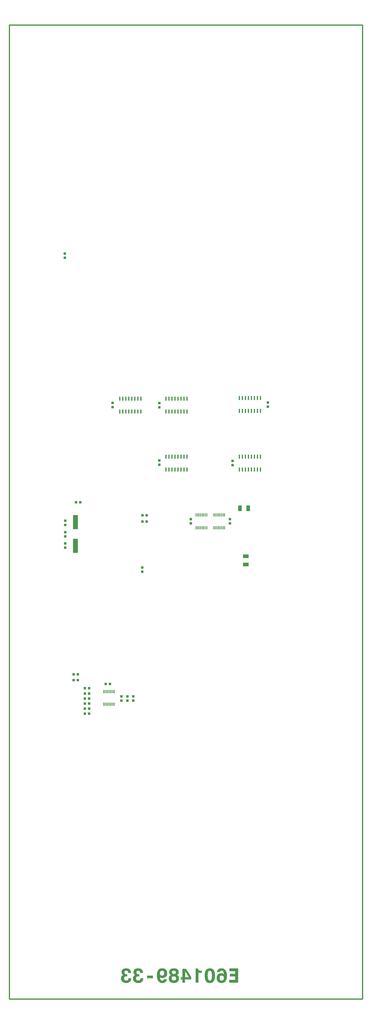
<source format=gbr>
G04 Generated on UCAM*
%FSLAX25Y25*%
%MOIN*%
%IPPOS*%
%ADD10R,0.01378X0.05512*%
%ADD11R,0.04331X0.03937*%
%ADD12R,0.03937X0.04331*%
%ADD13R,0.09449X0.06496*%
%ADD14R,0.06496X0.09449*%
%ADD15R,0.08268X0.23622*%
%ADD16R,0.02362X0.07087*%
%ADD17C,0.01969*%
%ADD18C,0.00100*%
%ADD19C,0.00200*%
%ADD20C,0.00400*%
%ADD21C,0.00800*%
%ADD22C,0.01600*%
%SRX1Y1I0.00000J0.00000*%
%LNE601489-33*%
%LPD*%
D10*
X77866Y410795D03*
Y431661D03*
X80366Y410795D03*
Y431661D03*
X82866Y410795D03*
Y431661D03*
X85366Y410795D03*
Y431661D03*
X87866Y410795D03*
Y431661D03*
X90366Y410795D03*
Y431661D03*
X92866Y410795D03*
Y431661D03*
X95366Y410795D03*
Y431661D03*
X231201Y703906D03*
Y725165D03*
X233760Y703906D03*
Y725165D03*
X236319Y703906D03*
Y725165D03*
X238878Y703906D03*
Y725165D03*
X241437Y703906D03*
Y725165D03*
X243996Y703906D03*
Y725165D03*
X246555Y703906D03*
Y725165D03*
X249114Y703906D03*
Y725165D03*
X260728Y703906D03*
Y725165D03*
X263287Y703906D03*
Y725165D03*
X265846Y703906D03*
Y725165D03*
X268406Y703906D03*
Y725165D03*
X270965Y703906D03*
Y725165D03*
X273524Y703906D03*
Y725165D03*
X276083Y703906D03*
Y725165D03*
X278642Y703906D03*
Y725165D03*
D11*
X27996Y450756D03*
Y460598D03*
X31933Y746031D03*
X34996Y450756D03*
Y460598D03*
X38933Y746031D03*
X46697Y395146D03*
Y403512D03*
Y411878D03*
Y420244D03*
Y428610D03*
Y437469D03*
X53697Y395146D03*
Y403512D03*
Y411878D03*
Y420244D03*
Y428610D03*
Y437469D03*
X81146Y444358D03*
X88146D03*
X142169Y714043D03*
Y724378D03*
X149169Y714043D03*
Y724378D03*
D12*
X13287Y1151980D03*
Y1158980D03*
X13780Y670681D03*
Y677681D03*
Y689382D03*
Y696382D03*
Y708575D03*
Y715575D03*
X92520Y904146D03*
Y911146D03*
X107283Y416744D03*
Y423744D03*
X117126Y416744D03*
Y423744D03*
X126969Y416744D03*
Y423744D03*
X141929Y630917D03*
Y637917D03*
X170276Y808476D03*
Y815476D03*
Y903949D03*
Y910949D03*
X222441Y711035D03*
Y718035D03*
X287402Y711035D03*
Y718035D03*
X291732Y807689D03*
Y814689D03*
X350394Y904933D03*
Y911933D03*
D13*
X313976Y642776D03*
Y656366D03*
D14*
X304232Y736189D03*
X317823D03*
D15*
X31004Y673689D03*
Y713059D03*
D16*
X104567Y896799D03*
Y918098D03*
X109567Y896799D03*
Y918098D03*
X114567Y896799D03*
Y918098D03*
X119567Y896799D03*
Y918098D03*
X124567Y896799D03*
Y918098D03*
X129567Y896799D03*
Y918098D03*
X134567Y896799D03*
Y918098D03*
X139567Y896799D03*
Y918098D03*
X181339Y800343D03*
Y821642D03*
Y896799D03*
Y918098D03*
X186339Y800343D03*
Y821642D03*
Y896799D03*
Y918098D03*
X191339Y800343D03*
Y821642D03*
Y896799D03*
Y918098D03*
X196339Y800343D03*
Y821642D03*
Y896799D03*
Y918098D03*
X201339Y800343D03*
Y821642D03*
Y896799D03*
Y918098D03*
X206339Y800343D03*
Y821642D03*
Y896799D03*
Y918098D03*
X211339Y800343D03*
Y821642D03*
Y896799D03*
Y918098D03*
X216339Y800343D03*
Y821642D03*
Y896799D03*
Y918098D03*
X303346Y897783D03*
Y919083D03*
X303386Y800343D03*
Y821642D03*
X308346Y897783D03*
Y919083D03*
X308386Y800343D03*
Y821642D03*
X313346Y897783D03*
Y919083D03*
X313386Y800343D03*
Y821642D03*
X318346Y897783D03*
Y919083D03*
X318386Y800343D03*
Y821642D03*
X323346Y897783D03*
Y919083D03*
X323386Y800343D03*
Y821642D03*
X328346Y897783D03*
Y919083D03*
X328386Y800343D03*
Y821642D03*
X333346Y897783D03*
Y919083D03*
X333386Y800343D03*
Y821642D03*
X338346Y897783D03*
Y919083D03*
X338386Y800343D03*
Y821642D03*
D17*
X-78740Y1538583D02*
Y-78740D01*
X507874*
Y1538583*
X-78740*
D18*
X301009Y-27901D02*
X286576D01*
Y-32233*
X296297*
Y-36990*
X287587*
Y-41352*
X296287*
Y-46798*
X286313*
Y-51131*
X301009*
Y-27901*
X286360Y-46838D02*
X286353D01*
Y-46845*
X286360Y-46838*
X286360Y-51091D02*
X286353Y-51084D01*
Y-51091*
X286360*
X286623Y-27941D02*
X286616D01*
Y-27948*
X286623Y-27941*
X286623Y-32193D02*
X286616Y-32187D01*
Y-32193*
X286623*
X287634Y-37030D02*
X287627D01*
Y-37037*
X287634Y-37030*
X287634Y-41312D02*
X287627Y-41305D01*
Y-41312*
X287634*
X300969Y-27941D02*
X300962D01*
X300969Y-27948*
Y-27941*
X300969Y-51084D02*
X300962Y-51091D01*
X300969*
Y-51084*
X277454Y-43734D02*
X277445Y-44244D01*
X277386Y-44753*
X277317Y-45146*
X277209Y-45539*
X277062Y-45912*
X276895Y-46286*
X276707Y-46592*
X276490Y-46878*
X276243Y-47144*
X275958Y-47391*
X275662Y-47598*
X275346Y-47775*
X275000Y-47923*
X274635Y-48022*
X274213Y-48101*
X273790Y-48140*
X273367Y-48130*
X272944Y-48081*
X272598Y-48002*
X272262Y-47883*
X271926Y-47715*
X271619Y-47508*
X271313Y-47251*
X271047Y-46955*
X270820Y-46659*
X270633Y-46324*
X270466Y-45950*
X270328Y-45547*
X270240Y-45164*
X270171Y-44772*
X270132Y-44272*
X270122Y-43773*
X270142Y-43235*
X270200Y-42706*
X270289Y-42312*
X270407Y-41929*
X270575Y-41554*
X270781Y-41199*
X271008Y-40894*
X271265Y-40607*
X271551Y-40370*
X271858Y-40163*
X272194Y-39995*
X272549Y-39866*
X273179Y-39729*
X273993Y-39699*
X274407Y-39729*
X274809Y-39797*
X275095Y-39866*
X275382Y-39965*
X275699Y-40124*
X275996Y-40322*
X276292Y-40588*
X276558Y-40874*
X276775Y-41170*
X276962Y-41475*
X277120Y-41810*
X277258Y-42155*
X277396Y-42795*
X277454Y-43734*
X282332Y-39964D02*
X282273Y-38518D01*
X282138Y-37082*
X281944Y-35890*
X281672Y-34717*
X281294Y-33535*
X280820Y-32402*
X280365Y-31551*
X279815Y-30759*
X279187Y-30054*
X278491Y-29426*
X277748Y-28914*
X276956Y-28489*
X276222Y-28200*
X275469Y-27997*
X274540Y-27832*
X273591Y-27745*
X272624*
X271657Y-27842*
X270865Y-27987*
X270112Y-28228*
X269446Y-28508*
X268828Y-28865*
X268278Y-29260*
X267768Y-29714*
X267430Y-30099*
X267112Y-30504*
X266842Y-30928*
X266611Y-31380*
X266332Y-32161*
X266148Y-32981*
X266086Y-33653*
X270743*
X270833Y-33185*
X270913Y-32935*
X271151Y-32469*
X271499Y-32071*
X271936Y-31753*
X272490Y-31526*
X273034Y-31417*
X273682Y-31388*
X274086Y-31417*
X274480Y-31486*
X274797Y-31575*
X275094Y-31704*
X275469Y-31921*
X275805Y-32188*
X276160Y-32562*
X276465Y-32976*
X276701Y-33409*
X276887Y-33850*
X277093Y-34477*
X277240Y-35122*
X277367Y-35942*
X277530Y-37674*
X277505Y-37687*
X276868Y-37125*
X276542Y-36895*
X276205Y-36702*
X275781Y-36500*
X275348Y-36346*
X274817Y-36191*
X274267Y-36085*
X273639Y-36018*
X273010Y-35989*
X272314Y-36008*
X271618Y-36085*
X270971Y-36211*
X270333Y-36394*
X269618Y-36655*
X268943Y-36993*
X268364Y-37360*
X267823Y-37784*
X267312Y-38286*
X266869Y-38836*
X266454Y-39482*
X266116Y-40168*
X265855Y-40853*
X265671Y-41568*
X265526Y-42400*
X265459Y-43231*
X265468Y-44111*
X265546Y-44982*
X265691Y-45794*
X265913Y-46587*
X266213Y-47360*
X266589Y-48104*
X267005Y-48741*
X267487Y-49340*
X268057Y-49909*
X268694Y-50411*
X269408Y-50845*
X270162Y-51203*
X270925Y-51473*
X271697Y-51657*
X272665Y-51783*
X273633Y-51841*
X274620Y-51802*
X275597Y-51686*
X276360Y-51502*
X277113Y-51242*
X277673Y-50981*
X278213Y-50672*
X278715Y-50306*
X279208Y-49890*
X279671Y-49417*
X280086Y-48915*
X280599Y-48161*
X281024Y-47359*
X281459Y-46285*
X281789Y-45180*
X282041Y-44037*
X282205Y-42874*
X282312Y-41419*
X282332Y-39964*
X266142Y-33613D02*
X266131Y-33600D01*
X266130Y-33613*
X266142*
X266136Y-33606D02*
X266131D01*
X257708Y-39769D02*
X257650Y-41667D01*
X257503Y-43284*
X257386Y-44064*
X257230Y-44835*
X257093Y-45344*
X256907Y-45835*
X256672Y-46335*
X256387Y-46806*
X256129Y-47123*
X255832Y-47391*
X255446Y-47638*
X255030Y-47817*
X254546Y-47935*
X254052Y-47975*
X253548Y-47935*
X253064Y-47817*
X252638Y-47638*
X252261Y-47391*
X251964Y-47123*
X251707Y-46807*
X251412Y-46335*
X251176Y-45834*
X251000Y-45335*
X250853Y-44826*
X250697Y-44055*
X250580Y-43284*
X250434Y-41638*
X250385Y-39769*
X250434Y-37909*
X250580Y-36263*
X250697Y-35483*
X250853Y-34721*
X251000Y-34212*
X251176Y-33713*
X251412Y-33212*
X251707Y-32740*
X251964Y-32424*
X252261Y-32147*
X252638Y-31908*
X253064Y-31730*
X253548Y-31612*
X254052Y-31572*
X254546Y-31612*
X255030Y-31730*
X255445Y-31908*
X255832Y-32146*
X256130Y-32424*
X256387Y-32741*
X256672Y-33212*
X256907Y-33713*
X257083Y-34202*
X257230Y-34702*
X257386Y-35483*
X257503Y-36263*
X257650Y-37880*
X257708Y-39769*
X262459Y-39769D02*
X262420Y-38206D01*
X262313Y-36653*
X262177Y-35587*
X261964Y-34531*
X261645Y-33388*
X261228Y-32284*
X260832Y-31482*
X260349Y-30729*
X259731Y-29985*
X259036Y-29328*
X258293Y-28807*
X257492Y-28382*
X256768Y-28112*
X256015Y-27919*
X255029Y-27794*
X254041Y-27745*
X253045Y-27784*
X252068Y-27919*
X251306Y-28112*
X250572Y-28382*
X249771Y-28807*
X249028Y-29338*
X248333Y-29985*
X247715Y-30729*
X247232Y-31482*
X246826Y-32294*
X246420Y-33397*
X246110Y-34531*
X245896Y-35626*
X245751Y-36741*
X245644Y-38264*
X245605Y-39778*
X245644Y-41292*
X245751Y-42806*
X245896Y-43921*
X246110Y-45026*
X246420Y-46159*
X246826Y-47253*
X247232Y-48065*
X247715Y-48829*
X248121Y-49330*
X248565Y-49804*
X249047Y-50228*
X249781Y-50750*
X250572Y-51164*
X251286Y-51425*
X252029Y-51608*
X253025Y-51744*
X254042Y-51782*
X255048Y-51744*
X256045Y-51608*
X256788Y-51425*
X257492Y-51164*
X258293Y-50750*
X259017Y-50228*
X259499Y-49804*
X259943Y-49331*
X260349Y-48819*
X260832Y-48065*
X261228Y-47253*
X261645Y-46149*
X261964Y-45016*
X262177Y-43960*
X262313Y-42894*
X262420Y-41331*
X262459Y-39769*
X240642Y-31884D02*
X238899Y-31799D01*
X237982Y-31701*
X237297Y-31574*
X236631Y-31378*
X236197Y-31191*
X235802Y-30954*
X235417Y-30638*
X235082Y-30263*
X234777Y-29800*
X234541Y-29298*
X234364Y-28777*
X234157Y-27735*
X230486*
Y-51131*
X235013*
Y-35053*
X240642*
Y-31884*
X230533Y-27775D02*
X230526D01*
Y-27782*
X230533Y-27775*
X230533Y-51091D02*
X230526Y-51084D01*
Y-51091*
X230533*
X234973Y-51084D02*
X234966Y-51091D01*
X234973*
Y-51084*
X240602Y-31922D02*
X240598D01*
X240602Y-31926*
Y-31922*
X240602Y-35006D02*
X240595Y-35013D01*
X240602*
Y-35006*
X219459Y-42537D02*
X219457Y-42541D01*
X212934*
Y-32340*
X212978Y-32327*
X219459Y-42537*
X222946Y-42000D02*
X214317Y-28416D01*
X208562*
Y-42424*
X205840*
Y-46047*
X208562*
Y-51131*
X213050*
Y-46047*
X222946*
Y-42000*
X205887Y-42464D02*
X205880D01*
Y-42471*
X205887Y-42464*
X205887Y-46007D02*
X205880Y-46000D01*
Y-46007*
X205887*
X208609Y-28456D02*
X208602D01*
Y-28463*
X208609Y-28456*
X208609Y-51091D02*
X208602Y-51084D01*
Y-51091*
X208609*
X213010Y-51084D02*
X213004Y-51091D01*
X213010*
Y-51084*
X222906Y-46000D02*
X222900Y-46007D01*
X222906*
Y-46000*
X197730Y-34285D02*
X197710Y-34641D01*
X197661Y-34996*
X197582Y-35294*
X197463Y-35581*
X197314Y-35858*
X197126Y-36125*
X196917Y-36354*
X196678Y-36543*
X196223Y-36820*
X195632Y-37017*
X195071Y-37126*
X194365Y-37165*
X193698Y-37135*
X193157Y-37037*
X192517Y-36820*
X192033Y-36544*
X191793Y-36344*
X191575Y-36106*
X191396Y-35848*
X191238Y-35561*
X191129Y-35273*
X191050Y-34976*
X191000Y-34631*
X190981Y-34286*
X191000Y-33940*
X191060Y-33615*
X191129Y-33328*
X191238Y-33059*
X191387Y-32782*
X191565Y-32534*
X191773Y-32297*
X192010Y-32079*
X192268Y-31901*
X192525Y-31753*
X192831Y-31624*
X193148Y-31525*
X193669Y-31437*
X194365Y-31397*
X195052Y-31437*
X195574Y-31535*
X196176Y-31762*
X196689Y-32088*
X196918Y-32287*
X197117Y-32506*
X197433Y-32989*
X197552Y-33278*
X197641Y-33575*
X197700Y-33920*
X197730Y-34285*
X198080Y-44375D02*
X198070Y-44827D01*
X198021Y-45278*
X197952Y-45623*
X197843Y-45970*
X197685Y-46296*
X197488Y-46612*
X197280Y-46879*
X197042Y-47117*
X196785Y-47314*
X196518Y-47482*
X196173Y-47650*
X195818Y-47778*
X195121Y-47935*
X194356Y-47994*
X193580Y-47945*
X192922Y-47788*
X192566Y-47659*
X192230Y-47482*
X191925Y-47285*
X191648Y-47057*
X191392Y-46791*
X191164Y-46505*
X190987Y-46208*
X190838Y-45892*
X190739Y-45575*
X190670Y-45249*
X190631Y-44817*
X190621Y-44376*
X190641Y-43953*
X190709Y-43531*
X190778Y-43206*
X190887Y-42890*
X191035Y-42564*
X191223Y-42258*
X191440Y-41972*
X191686Y-41706*
X191962Y-41469*
X192258Y-41262*
X192584Y-41084*
X192930Y-40946*
X193570Y-40788*
X194355Y-40730*
X195131Y-40779*
X195751Y-40926*
X196097Y-41065*
X196423Y-41243*
X196719Y-41450*
X196995Y-41687*
X197222Y-41933*
X197430Y-42200*
X197617Y-42516*
X197765Y-42841*
X197893Y-43175*
X197982Y-43530*
X198050Y-43953*
X198080Y-44375*
X202743Y-44522D02*
X202704Y-43700D01*
X202598Y-42879*
X202444Y-42272*
X202222Y-41694*
X201972Y-41203*
X201674Y-40751*
X201318Y-40328*
X200923Y-39943*
X200422Y-39557*
X199258Y-38836*
X200140Y-38279*
X200515Y-37990*
X200891Y-37644*
X201218Y-37259*
X201486Y-36875*
X201697Y-36463*
X201870Y-35992*
X201986Y-35502*
X202073Y-34816*
X202101Y-34121*
X202053Y-33377*
X201947Y-32643*
X201802Y-32065*
X201600Y-31506*
X201292Y-30909*
X200916Y-30350*
X200463Y-29830*
X199943Y-29358*
X199403Y-28972*
X198824Y-28644*
X198100Y-28335*
X197355Y-28093*
X196689Y-27939*
X196011Y-27832*
X195188Y-27745*
X194365Y-27726*
X193541Y-27745*
X192718Y-27813*
X192051Y-27919*
X191394Y-28074*
X190649Y-28306*
X189925Y-28615*
X189327Y-28953*
X188768Y-29348*
X188228Y-29840*
X187756Y-30389*
X187371Y-30957*
X187072Y-31583*
X186869Y-32143*
X186725Y-32720*
X186638Y-33425*
X186609Y-34130*
X186648Y-34796*
X186744Y-35452*
X186879Y-35972*
X187071Y-36472*
X187293Y-36905*
X187562Y-37318*
X187859Y-37674*
X188196Y-38000*
X188571Y-38289*
X189455Y-38836*
X188298Y-39528*
X187797Y-39904*
X187384Y-40308*
X187028Y-40760*
X186700Y-41290*
X186430Y-41848*
X186238Y-42417*
X186103Y-43005*
X186006Y-43759*
X185968Y-44513*
X185997Y-45335*
X186103Y-46157*
X186238Y-46783*
X186450Y-47400*
X186739Y-48017*
X187096Y-48596*
X187559Y-49175*
X188080Y-49715*
X188689Y-50217*
X189345Y-50652*
X190060Y-51019*
X190813Y-51309*
X191538Y-51521*
X192282Y-51656*
X193318Y-51753*
X194365Y-51792*
X195382Y-51753*
X196390Y-51656*
X197135Y-51531*
X197859Y-51347*
X198661Y-51038*
X199434Y-50652*
X200090Y-50217*
X200698Y-49716*
X201209Y-49176*
X201643Y-48587*
X202010Y-47951*
X202299Y-47285*
X202492Y-46687*
X202617Y-46069*
X202714Y-45296*
X202743Y-44522*
X178363Y-35803D02*
X178343Y-36341D01*
X178274Y-36870*
X178196Y-37264*
X178068Y-37648*
X177910Y-38022*
X177703Y-38377*
X177476Y-38683*
X177210Y-38969*
X176933Y-39206*
X176617Y-39413*
X176281Y-39581*
X175935Y-39710*
X175305Y-39848*
X174482Y-39877*
X174078Y-39847*
X173675Y-39779*
X173380Y-39710*
X173102Y-39611*
X172785Y-39452*
X172488Y-39254*
X172192Y-38988*
X171917Y-38702*
X171699Y-38406*
X171522Y-38101*
X171355Y-37767*
X171226Y-37420*
X171089Y-36782*
X171020Y-35842*
X171040Y-35333*
X171089Y-34823*
X171168Y-34430*
X171276Y-34037*
X171413Y-33664*
X171590Y-33290*
X171778Y-32984*
X171994Y-32698*
X172241Y-32432*
X172517Y-32186*
X172813Y-31978*
X173139Y-31801*
X173484Y-31653*
X173849Y-31554*
X174271Y-31476*
X174695Y-31436*
X175118Y-31446*
X175541Y-31495*
X175887Y-31574*
X176213Y-31693*
X176549Y-31861*
X176865Y-32068*
X177171Y-32325*
X177438Y-32621*
X177655Y-32917*
X177842Y-33252*
X178019Y-33626*
X178147Y-34029*
X178245Y-34412*
X178304Y-34805*
X178353Y-35304*
X178363Y-35803*
X183026Y-36345D02*
X183016Y-35465D01*
X182939Y-34594*
X182784Y-33782*
X182562Y-32989*
X182272Y-32216*
X181895Y-31472*
X181480Y-30835*
X180997Y-30237*
X180418Y-29667*
X179781Y-29165*
X179076Y-28731*
X178313Y-28373*
X177560Y-28103*
X176777Y-27919*
X175819Y-27794*
X174851Y-27735*
X173864Y-27774*
X172887Y-27890*
X172115Y-28074*
X171371Y-28335*
X170812Y-28595*
X170271Y-28904*
X169769Y-29271*
X169267Y-29686*
X168804Y-30159*
X168389Y-30661*
X167876Y-31415*
X167451Y-32217*
X167025Y-33292*
X166686Y-34396*
X166444Y-35539*
X166279Y-36702*
X166172Y-38157*
X166143Y-39613*
X166201Y-41058*
X166347Y-42494*
X166541Y-43686*
X166812Y-44859*
X167190Y-46041*
X167665Y-47174*
X168119Y-48025*
X168670Y-48817*
X169288Y-49522*
X169993Y-50150*
X170727Y-50662*
X171529Y-51087*
X172253Y-51377*
X173016Y-51579*
X173945Y-51744*
X174883Y-51831*
X175860*
X176828Y-51734*
X177610Y-51589*
X178373Y-51348*
X179029Y-51068*
X179656Y-50711*
X180206Y-50316*
X180707Y-49863*
X181054Y-49477*
X181363Y-49072*
X181642Y-48648*
X181863Y-48196*
X182153Y-47415*
X182327Y-46595*
X182398Y-45923*
X177741*
X177642Y-46392*
X177562Y-46641*
X177324Y-47107*
X176976Y-47505*
X176539Y-47823*
X175994Y-48050*
X175451Y-48159*
X174793Y-48189*
X174399Y-48159*
X174005Y-48090*
X173688Y-48001*
X173381Y-47872*
X173006Y-47655*
X172670Y-47388*
X172315Y-47014*
X172020Y-46600*
X171784Y-46167*
X171597Y-45726*
X171392Y-45099*
X171245Y-44454*
X171118Y-43634*
X170954Y-41902*
X170978Y-41890*
X171723Y-42528*
X172030Y-42730*
X172346Y-42912*
X173138Y-43231*
X173668Y-43385*
X174218Y-43491*
X174836Y-43559*
X175465Y-43588*
X176161Y-43568*
X176857Y-43491*
X177514Y-43365*
X178151Y-43182*
X178857Y-42921*
X179542Y-42583*
X180121Y-42216*
X180661Y-41792*
X181172Y-41290*
X181616Y-40741*
X182021Y-40094*
X182369Y-39408*
X182620Y-38723*
X182813Y-38008*
X182958Y-37177*
X183026Y-36345*
X182354Y-45963D02*
X182341D01*
X182352Y-45976*
X182354Y-45963*
X182352Y-45970D02*
X182347D01*
X159129Y-39955D02*
X150023D01*
Y-44365*
X159129*
Y-39955*
X150070Y-39995D02*
X150063D01*
Y-40002*
X150070Y-39995*
X150070Y-44325D02*
X150063Y-44318D01*
Y-44325*
X150070*
X159089Y-39995D02*
X159082D01*
X159089Y-40002*
Y-39995*
X159089Y-44318D02*
X159082Y-44325D01*
X159089*
Y-44318*
X143211Y-44057D02*
X138798D01*
X138733Y-44985*
X138645Y-45467*
X138536Y-45832*
X138398Y-46177*
X138221Y-46493*
X138023Y-46789*
X137737Y-47114*
X137411Y-47401*
X137055Y-47628*
X136670Y-47806*
X136334Y-47915*
X135988Y-47984*
X135517Y-48023*
X135036Y-48033*
X134194Y-47955*
X133517Y-47798*
X133123Y-47650*
X132748Y-47462*
X132460Y-47264*
X132203Y-47036*
X131985Y-46779*
X131797Y-46502*
X131619Y-46156*
X131481Y-45801*
X131333Y-45142*
X131284Y-44386*
X131314Y-43943*
X131383Y-43511*
X131471Y-43156*
X131600Y-42820*
X131797Y-42455*
X132034Y-42109*
X132301Y-41822*
X132608Y-41565*
X132934Y-41368*
X133280Y-41200*
X133762Y-41052*
X134262Y-40944*
X134928Y-40866*
X135884Y-40837*
X136476Y-40846*
Y-37679*
X135580Y-37661*
X134798Y-37602*
X134219Y-37484*
X133855Y-37376*
X133491Y-37228*
X133223Y-37089*
X132974Y-36910*
X132727Y-36672*
X132518Y-36415*
X132311Y-36078*
X132162Y-35731*
X132004Y-35140*
X131945Y-34432*
X132004Y-33713*
X132162Y-33150*
X132302Y-32862*
X132470Y-32594*
X132668Y-32357*
X132886Y-32139*
X133124Y-31951*
X133392Y-31792*
X133698Y-31654*
X134014Y-31545*
X134634Y-31417*
X135332Y-31397*
X135717Y-31437*
X136101Y-31516*
X136416Y-31614*
X136723Y-31743*
X137049Y-31931*
X137336Y-32148*
X137593Y-32406*
X137811Y-32683*
X137979Y-32970*
X138118Y-33267*
X138236Y-33641*
X138325Y-34035*
X138364Y-34418*
X138401Y-35140*
X142731*
X142571Y-33545*
X142417Y-32743*
X142166Y-31981*
X141828Y-31248*
X141423Y-30592*
X140931Y-30004*
X140372Y-29464*
X139745Y-29001*
X139002Y-28586*
X138220Y-28267*
X137582Y-28074*
X136935Y-27929*
X136112Y-27823*
X135280Y-27765*
X134486Y-27774*
X133682Y-27823*
X132995Y-27910*
X132309Y-28055*
X131526Y-28287*
X130772Y-28586*
X130155Y-28914*
X129567Y-29310*
X129007Y-29792*
X128516Y-30341*
X128111Y-30919*
X127783Y-31546*
X127562Y-32124*
X127398Y-32731*
X127302Y-33396*
X127282Y-34081*
X127311Y-34708*
X127417Y-35335*
X127562Y-35864*
X127773Y-36374*
X128014Y-36817*
X128293Y-37230*
X128620Y-37605*
X128976Y-37942*
X129331Y-38211*
X130151Y-38733*
X129153Y-39258*
X128709Y-39528*
X128218Y-39913*
X127776Y-40365*
X127400Y-40866*
X127083Y-41415*
X126822Y-42012*
X126639Y-42628*
X126504Y-43400*
X126456Y-44183*
X126475Y-45014*
X126582Y-45825*
X126765Y-46569*
X127016Y-47283*
X127344Y-47949*
X127740Y-48567*
X128184Y-49146*
X128705Y-49676*
X129303Y-50168*
X129959Y-50583*
X130723Y-50970*
X131525Y-51279*
X132299Y-51502*
X133072Y-51647*
X134060Y-51753*
X135048Y-51792*
X136065Y-51763*
X137072Y-51657*
X137836Y-51512*
X138569Y-51290*
X139400Y-50942*
X140182Y-50498*
X140848Y-49986*
X141446Y-49407*
X141851Y-48906*
X142198Y-48366*
X142517Y-47758*
X142778Y-47120*
X142922Y-46638*
X143038Y-46136*
X143125Y-45604*
X143183Y-45054*
X143211Y-44057*
X136436Y-37718D02*
X136430D01*
X136436Y-37724*
Y-37718*
X136436Y-40797D02*
X136428Y-40805D01*
X136436*
Y-40797*
X138443Y-35100D02*
X138438Y-35096D01*
X138439Y-35100*
X138443*
X138839Y-44097D02*
X138836D01*
X138835Y-44100*
X138839Y-44097*
X142686Y-35100D02*
X142685Y-35087D01*
X142674Y-35100*
X142686*
X143170Y-44097D02*
X143161D01*
X143169Y-44105*
X143170Y-44097*
X143169Y-44100D02*
X143165D01*
X138835Y-44100D02*
X138836D01*
X136435Y-40800D02*
X136433D01*
X142685Y-35100D02*
X142674D01*
X138442Y-35100D02*
X138439D01*
X123319Y-44057D02*
X118906D01*
X118841Y-44985*
X118753Y-45467*
X118644Y-45832*
X118506Y-46177*
X118329Y-46493*
X118131Y-46789*
X117845Y-47114*
X117519Y-47401*
X117163Y-47628*
X116778Y-47806*
X116442Y-47915*
X116096Y-47984*
X115625Y-48023*
X115144Y-48033*
X114302Y-47955*
X113625Y-47798*
X113230Y-47650*
X112856Y-47462*
X112568Y-47264*
X112311Y-47036*
X112093Y-46779*
X111905Y-46502*
X111727Y-46156*
X111589Y-45801*
X111441Y-45142*
X111392Y-44386*
X111422Y-43943*
X111490Y-43511*
X111579Y-43156*
X111708Y-42820*
X111905Y-42455*
X112142Y-42109*
X112409Y-41822*
X112716Y-41565*
X113042Y-41368*
X113388Y-41200*
X113870Y-41052*
X114370Y-40944*
X115035Y-40866*
X115991Y-40837*
X116583Y-40846*
Y-37679*
X115688Y-37661*
X114906Y-37602*
X114327Y-37484*
X113963Y-37376*
X113599Y-37228*
X113331Y-37089*
X113082Y-36910*
X112834Y-36672*
X112626Y-36415*
X112419Y-36078*
X112270Y-35731*
X112112Y-35140*
X112053Y-34432*
X112112Y-33713*
X112270Y-33150*
X112409Y-32862*
X112578Y-32594*
X112776Y-32357*
X112994Y-32139*
X113232Y-31951*
X113499Y-31792*
X113805Y-31654*
X114122Y-31545*
X114742Y-31417*
X115439Y-31397*
X115824Y-31437*
X116208Y-31516*
X116524Y-31614*
X116831Y-31743*
X117157Y-31931*
X117444Y-32148*
X117701Y-32406*
X117919Y-32683*
X118087Y-32970*
X118226Y-33267*
X118344Y-33641*
X118433Y-34035*
X118472Y-34418*
X118508Y-35140*
X122838*
X122679Y-33545*
X122524Y-32743*
X122273Y-31981*
X121936Y-31248*
X121531Y-30592*
X121039Y-30004*
X120480Y-29464*
X119853Y-29001*
X119110Y-28586*
X118327Y-28267*
X117690Y-28074*
X117043Y-27929*
X116220Y-27823*
X115388Y-27765*
X114594Y-27774*
X113790Y-27823*
X113103Y-27910*
X112417Y-28055*
X111634Y-28287*
X110880Y-28586*
X110263Y-28914*
X109674Y-29310*
X109115Y-29792*
X108624Y-30341*
X108219Y-30919*
X107891Y-31546*
X107670Y-32124*
X107506Y-32731*
X107409Y-33396*
X107390Y-34081*
X107419Y-34708*
X107525Y-35335*
X107669Y-35864*
X107881Y-36374*
X108122Y-36817*
X108400Y-37230*
X108727Y-37605*
X109083Y-37942*
X109439Y-38211*
X110259Y-38733*
X109260Y-39258*
X108817Y-39528*
X108326Y-39913*
X107884Y-40365*
X107508Y-40866*
X107190Y-41415*
X106930Y-42012*
X106747Y-42628*
X106612Y-43400*
X106564Y-44183*
X106583Y-45014*
X106689Y-45825*
X106873Y-46569*
X107124Y-47283*
X107452Y-47949*
X107848Y-48567*
X108292Y-49146*
X108813Y-49676*
X109411Y-50168*
X110067Y-50583*
X110831Y-50970*
X111633Y-51279*
X112406Y-51502*
X113180Y-51647*
X114168Y-51753*
X115156Y-51792*
X116173Y-51763*
X117180Y-51657*
X117943Y-51512*
X118677Y-51290*
X119508Y-50942*
X120290Y-50498*
X120956Y-49986*
X121554Y-49407*
X121959Y-48906*
X122306Y-48366*
X122625Y-47758*
X122885Y-47120*
X123030Y-46638*
X123146Y-46136*
X123233Y-45604*
X123291Y-45054*
X123319Y-44057*
X116543Y-37718D02*
X116538D01*
X116543Y-37724*
Y-37718*
X116543Y-40797D02*
X116536Y-40805D01*
X116543*
Y-40797*
X118550Y-35100D02*
X118546Y-35096D01*
Y-35100*
X118550*
X118946Y-44097D02*
X118943D01*
Y-44100*
X118946Y-44097*
X122794Y-35100D02*
X122793Y-35087D01*
X122781Y-35100*
X122794*
X123277Y-44097D02*
X123269D01*
X123277Y-44105*
Y-44097*
X123277Y-44100D02*
X123273D01*
X118942Y-44100D02*
X118944D01*
X116542Y-40800D02*
X116541D01*
X122793Y-35100D02*
X122782D01*
X118549Y-35100D02*
X118547D01*
D19*
X300909Y-28001D02*
X286676D01*
Y-32134*
X296397*
Y-37090*
X287687*
Y-41252*
X296387*
Y-46898*
X286413*
Y-51031*
X300909*
Y-28001*
X286507Y-46978D02*
X286493D01*
Y-46992*
X286507Y-46978*
X286507Y-50951D02*
X286493Y-50937D01*
Y-50951*
X286507*
X286769Y-28081D02*
X286756D01*
Y-28094*
X286769Y-28081*
X286769Y-32054D02*
X286756Y-32040D01*
Y-32054*
X286769*
X287780Y-37170D02*
X287767D01*
Y-37183*
X287780Y-37170*
X287780Y-41172D02*
X287767Y-41158D01*
Y-41172*
X287780*
X300829Y-28081D02*
X300815D01*
X300829Y-28094*
Y-28081*
X300829Y-50937D02*
X300815Y-50951D01*
X300829*
Y-50937*
X277554Y-43732D02*
X277544Y-44250D01*
X277485Y-44767*
X277415Y-45168*
X277304Y-45571*
X277154Y-45951*
X276983Y-46332*
X276790Y-46648*
X276567Y-46942*
X276313Y-47216*
X276019Y-47470*
X275715Y-47682*
X275391Y-47865*
X275033Y-48018*
X274658Y-48120*
X274227Y-48200*
X273793Y-48240*
X273360Y-48230*
X272927Y-48180*
X272570Y-48098*
X272223Y-47975*
X271875Y-47802*
X271559Y-47588*
X271244Y-47323*
X270970Y-47019*
X270737Y-46714*
X270543Y-46368*
X270373Y-45987*
X270232Y-45574*
X270142Y-45184*
X270072Y-44784*
X270032Y-44277*
X270022Y-43772*
X270042Y-43228*
X270102Y-42689*
X270192Y-42287*
X270313Y-41893*
X270486Y-41508*
X270698Y-41144*
X270931Y-40830*
X271195Y-40535*
X271491Y-40290*
X271807Y-40076*
X272154Y-39903*
X272522Y-39770*
X273167Y-39629*
X273995Y-39599*
X274419Y-39629*
X274829Y-39699*
X275123Y-39770*
X275421Y-39873*
X275749Y-40037*
X276058Y-40243*
X276363Y-40517*
X276636Y-40810*
X276858Y-41114*
X277051Y-41428*
X277211Y-41770*
X277354Y-42126*
X277495Y-42781*
X277554Y-43732*
X282232Y-39965D02*
X282174Y-38525D01*
X282038Y-37095*
X281845Y-35909*
X281576Y-34744*
X281201Y-33570*
X280729Y-32445*
X280280Y-31604*
X279736Y-30821*
X279116Y-30124*
X278429Y-29505*
X277696Y-29000*
X276913Y-28580*
X276191Y-28295*
X275447Y-28094*
X274526Y-27931*
X273587Y-27845*
X272629*
X271671Y-27941*
X270889Y-28084*
X270146Y-28322*
X269490Y-28598*
X268883Y-28949*
X268341Y-29339*
X267839Y-29784*
X267507Y-30163*
X267193Y-30562*
X266929Y-30978*
X266703Y-31420*
X266428Y-32189*
X266247Y-32997*
X266195Y-33553*
X270661*
X270736Y-33160*
X270820Y-32897*
X271068Y-32413*
X271431Y-31997*
X271887Y-31666*
X272461Y-31430*
X273021Y-31318*
X273683Y-31288*
X274098Y-31318*
X274502Y-31389*
X274830Y-31481*
X275139Y-31615*
X275525Y-31838*
X275873Y-32114*
X276236Y-32498*
X276549Y-32922*
X276791Y-33365*
X276981Y-33815*
X277189Y-34450*
X277338Y-35104*
X277466Y-35930*
X277636Y-37732*
X277490Y-37807*
X276806Y-37204*
X276488Y-36979*
X276159Y-36791*
X275743Y-36592*
X275317Y-36441*
X274793Y-36289*
X274252Y-36184*
X273631Y-36117*
X273009Y-36089*
X272321Y-36108*
X271633Y-36184*
X270994Y-36308*
X270364Y-36490*
X269658Y-36747*
X268992Y-37080*
X268421Y-37442*
X267889Y-37859*
X267386Y-38353*
X266950Y-38894*
X266541Y-39531*
X266207Y-40208*
X265950Y-40883*
X265769Y-41589*
X265626Y-42412*
X265559Y-43235*
X265568Y-44106*
X265645Y-44969*
X265788Y-45772*
X266008Y-46555*
X266304Y-47319*
X266676Y-48054*
X267086Y-48682*
X267562Y-49273*
X268123Y-49834*
X268751Y-50329*
X269456Y-50757*
X270200Y-51110*
X270953Y-51377*
X271715Y-51558*
X272675Y-51683*
X273634Y-51741*
X274612Y-51702*
X275580Y-51587*
X276332Y-51406*
X277076Y-51149*
X277627Y-50892*
X278159Y-50588*
X278653Y-50227*
X279140Y-49817*
X279597Y-49350*
X280006Y-48855*
X280513Y-48110*
X280933Y-47317*
X281365Y-46251*
X281692Y-45155*
X281942Y-44019*
X282106Y-42863*
X282212Y-41415*
X282232Y-39965*
X266308Y-33473D02*
X266286Y-33448D01*
X266283Y-33473*
X266308*
X257808Y-39769D02*
X257749Y-41673D01*
X257603Y-43296*
X257485Y-44082*
X257328Y-44858*
X257188Y-45375*
X256999Y-45874*
X256760Y-46382*
X256469Y-46864*
X256202Y-47192*
X255892Y-47471*
X255493Y-47727*
X255062Y-47912*
X254562Y-48034*
X254052Y-48075*
X253532Y-48034*
X253032Y-47912*
X252591Y-47727*
X252200Y-47470*
X251891Y-47192*
X251625Y-46865*
X251324Y-46383*
X251084Y-45872*
X250905Y-45365*
X250756Y-44850*
X250599Y-44072*
X250481Y-43296*
X250334Y-41644*
X250285Y-39769*
X250334Y-37903*
X250481Y-36251*
X250599Y-35465*
X250756Y-34697*
X250905Y-34182*
X251084Y-33675*
X251324Y-33164*
X251625Y-32682*
X251890Y-32356*
X252200Y-32067*
X252592Y-31819*
X253032Y-31635*
X253532Y-31513*
X254052Y-31472*
X254562Y-31513*
X255062Y-31635*
X255491Y-31819*
X255893Y-32066*
X256203Y-32356*
X256469Y-32683*
X256760Y-33165*
X257000Y-33674*
X257178Y-34171*
X257327Y-34678*
X257485Y-35466*
X257603Y-36251*
X257749Y-37874*
X257808Y-39769*
X262359Y-39769D02*
X262320Y-38211D01*
X262214Y-36663*
X262079Y-35603*
X261867Y-34554*
X261550Y-33419*
X261136Y-32324*
X260745Y-31531*
X260268Y-30788*
X259658Y-30053*
X258972Y-29406*
X258241Y-28893*
X257451Y-28474*
X256738Y-28208*
X255997Y-28018*
X255020Y-27893*
X254041Y-27845*
X253054Y-27884*
X252087Y-28018*
X251335Y-28208*
X250613Y-28474*
X249824Y-28892*
X249092Y-29415*
X248406Y-30054*
X247796Y-30788*
X247319Y-31531*
X246918Y-32333*
X246515Y-33428*
X246207Y-34553*
X245995Y-35642*
X245850Y-36751*
X245744Y-38269*
X245705Y-39778*
X245744Y-41288*
X245850Y-42796*
X245995Y-43905*
X246207Y-45003*
X246515Y-46129*
X246918Y-47213*
X247319Y-48016*
X247797Y-48770*
X248196Y-49265*
X248634Y-49732*
X249109Y-50150*
X249833Y-50664*
X250613Y-51073*
X251315Y-51329*
X252048Y-51510*
X253034Y-51644*
X254042Y-51682*
X255040Y-51644*
X256026Y-51510*
X256758Y-51329*
X257451Y-51073*
X258240Y-50664*
X258954Y-50150*
X259430Y-49732*
X259868Y-49265*
X260267Y-48761*
X260745Y-48016*
X261136Y-47214*
X261550Y-46118*
X261867Y-44992*
X262079Y-43944*
X262214Y-42884*
X262320Y-41327*
X262359Y-39769*
X240542Y-31979D02*
X238891Y-31898D01*
X237968Y-31800*
X237274Y-31671*
X236597Y-31472*
X236151Y-31280*
X235745Y-31036*
X235348Y-30710*
X235003Y-30324*
X234689Y-29849*
X234448Y-29336*
X234267Y-28803*
X234075Y-27835*
X230586*
Y-51031*
X234913*
Y-34953*
X240542*
Y-31979*
X230680Y-27915D02*
X230666D01*
Y-27929*
X230680Y-27915*
X230680Y-50951D02*
X230666Y-50937D01*
Y-50951*
X230680*
X234833Y-50937D02*
X234820Y-50951D01*
X234833*
Y-50937*
X240462Y-32055D02*
X240454D01*
X240462Y-32064*
Y-32055*
X240462Y-34859D02*
X240448Y-34873D01*
X240462*
Y-34859*
X219575Y-42533D02*
X219516Y-42640D01*
X212834*
Y-32265*
X213022Y-32210*
X219575Y-42533*
X222846Y-42029D02*
X214262Y-28516D01*
X208662*
Y-42524*
X205940*
Y-45947*
X208662*
Y-51031*
X212951*
Y-45947*
X222846*
Y-42029*
X206034Y-42604D02*
X206020D01*
Y-42618*
X206034Y-42604*
X206034Y-45867D02*
X206020Y-45853D01*
Y-45867*
X206034*
X208756Y-28596D02*
X208742D01*
Y-28610*
X208756Y-28596*
X208756Y-50951D02*
X208742Y-50937D01*
Y-50951*
X208756*
X212871Y-50937D02*
X212857Y-50951D01*
X212871*
Y-50937*
X222767Y-45853D02*
X222753Y-45867D01*
X222767*
Y-45853*
X197830Y-34284D02*
X197810Y-34650D01*
X197759Y-35016*
X197676Y-35326*
X197553Y-35624*
X197399Y-35910*
X197204Y-36188*
X196985Y-36428*
X196735Y-36626*
X196266Y-36911*
X195657Y-37114*
X195083Y-37225*
X194366Y-37265*
X193687Y-37235*
X193132Y-37134*
X192476Y-36912*
X191975Y-36626*
X191724Y-36417*
X191496Y-36168*
X191311Y-35901*
X191147Y-35603*
X191034Y-35304*
X190952Y-34997*
X190901Y-34641*
X190881Y-34286*
X190901Y-33928*
X190962Y-33594*
X191033Y-33297*
X191148Y-33017*
X191302Y-32729*
X191487Y-32472*
X191701Y-32227*
X191948Y-32001*
X192214Y-31816*
X192480Y-31663*
X192797Y-31530*
X193125Y-31428*
X193658Y-31337*
X194365Y-31297*
X195064Y-31337*
X195601Y-31439*
X196221Y-31672*
X196749Y-32007*
X196988Y-32215*
X197196Y-32444*
X197521Y-32942*
X197646Y-33244*
X197739Y-33552*
X197800Y-33908*
X197830Y-34284*
X198180Y-44373D02*
X198170Y-44833D01*
X198120Y-45294*
X198049Y-45648*
X197936Y-46007*
X197772Y-46345*
X197570Y-46669*
X197355Y-46945*
X197108Y-47192*
X196842Y-47396*
X196567Y-47570*
X196212Y-47742*
X195846Y-47874*
X195136Y-48034*
X194356Y-48094*
X193565Y-48044*
X192893Y-47884*
X192525Y-47751*
X192180Y-47568*
X191866Y-47365*
X191580Y-47131*
X191316Y-46857*
X191082Y-46562*
X190898Y-46255*
X190745Y-45928*
X190642Y-45600*
X190571Y-45264*
X190531Y-44822*
X190521Y-44375*
X190541Y-43943*
X190611Y-43513*
X190682Y-43180*
X190794Y-42853*
X190947Y-42517*
X191140Y-42202*
X191363Y-41908*
X191617Y-41634*
X191901Y-41390*
X192206Y-41177*
X192542Y-40994*
X192900Y-40850*
X193554Y-40689*
X194354Y-40629*
X195146Y-40679*
X195781Y-40831*
X196140Y-40974*
X196476Y-41157*
X196780Y-41371*
X197065Y-41614*
X197299Y-41869*
X197512Y-42143*
X197706Y-42470*
X197857Y-42802*
X197988Y-43145*
X198080Y-43510*
X198150Y-43941*
X198180Y-44373*
X202643Y-44523D02*
X202605Y-43709D01*
X202500Y-42898*
X202349Y-42303*
X202131Y-41735*
X201886Y-41254*
X201594Y-40811*
X201244Y-40396*
X200857Y-40018*
X200365Y-39639*
X199069Y-38837*
X200083Y-38197*
X200451Y-37914*
X200818Y-37575*
X201138Y-37198*
X201401Y-36823*
X201606Y-36423*
X201774Y-35963*
X201887Y-35484*
X201973Y-34808*
X202001Y-34122*
X201954Y-33388*
X201849Y-32662*
X201707Y-32094*
X201508Y-31547*
X201206Y-30960*
X200837Y-30411*
X200392Y-29900*
X199880Y-29436*
X199349Y-29056*
X198780Y-28734*
X198065Y-28429*
X197329Y-28190*
X196669Y-28037*
X195998Y-27931*
X195182Y-27845*
X194365Y-27826*
X193547Y-27845*
X192730Y-27912*
X192071Y-28017*
X191420Y-28170*
X190684Y-28400*
X189970Y-28705*
X189381Y-29037*
X188831Y-29426*
X188300Y-29909*
X187835Y-30450*
X187457Y-31007*
X187164Y-31622*
X186965Y-32172*
X186823Y-32739*
X186738Y-33433*
X186709Y-34129*
X186747Y-34786*
X186842Y-35432*
X186974Y-35941*
X187163Y-36431*
X187379Y-36855*
X187642Y-37259*
X187933Y-37606*
X188261Y-37925*
X188628Y-38206*
X189647Y-38838*
X188354Y-39611*
X187862Y-39980*
X187458Y-40375*
X187110Y-40817*
X186788Y-41338*
X186523Y-41886*
X186334Y-42444*
X186201Y-43022*
X186106Y-43768*
X186068Y-44514*
X186096Y-45327*
X186201Y-46140*
X186334Y-46757*
X186543Y-47363*
X186827Y-47970*
X187178Y-48538*
X187634Y-49109*
X188148Y-49642*
X188748Y-50137*
X189396Y-50565*
X190101Y-50927*
X190846Y-51214*
X191561Y-51424*
X192295Y-51557*
X193325Y-51654*
X194365Y-51692*
X195376Y-51654*
X196377Y-51557*
X197114Y-51433*
X197829Y-51252*
X198621Y-50947*
X199384Y-50565*
X200030Y-50137*
X200630Y-49642*
X201132Y-49111*
X201559Y-48533*
X201920Y-47906*
X202206Y-47249*
X202395Y-46662*
X202519Y-46053*
X202614Y-45288*
X202643Y-44523*
X178463Y-35804D02*
X178443Y-36350D01*
X178373Y-36886*
X178293Y-37289*
X178161Y-37683*
X178000Y-38067*
X177787Y-38432*
X177553Y-38747*
X177279Y-39041*
X176993Y-39286*
X176667Y-39500*
X176321Y-39673*
X175964Y-39806*
X175318Y-39947*
X174480Y-39977*
X174066Y-39947*
X173656Y-39877*
X173351Y-39806*
X173063Y-39703*
X172735Y-39539*
X172427Y-39333*
X172123Y-39060*
X171840Y-38767*
X171616Y-38461*
X171434Y-38148*
X171263Y-37807*
X171130Y-37449*
X170990Y-36796*
X170920Y-35844*
X170940Y-35326*
X170990Y-34808*
X171070Y-34407*
X171180Y-34007*
X171321Y-33625*
X171502Y-33242*
X171695Y-32928*
X171918Y-32634*
X172171Y-32361*
X172455Y-32107*
X172760Y-31893*
X173095Y-31711*
X173451Y-31558*
X173827Y-31457*
X174258Y-31377*
X174691Y-31336*
X175125Y-31346*
X175558Y-31397*
X175915Y-31478*
X176253Y-31601*
X176599Y-31774*
X176925Y-31988*
X177241Y-32253*
X177515Y-32558*
X177739Y-32863*
X177931Y-33206*
X178112Y-33589*
X178243Y-34002*
X178343Y-34392*
X178403Y-34792*
X178453Y-35298*
X178463Y-35804*
X182926Y-36342D02*
X182916Y-35470D01*
X182840Y-34608*
X182687Y-33805*
X182467Y-33020*
X182180Y-32256*
X181808Y-31523*
X181399Y-30894*
X180923Y-30304*
X180352Y-29742*
X179724Y-29247*
X179029Y-28819*
X178275Y-28466*
X177531Y-28199*
X176759Y-28018*
X175810Y-27893*
X174850Y-27836*
X173872Y-27874*
X172905Y-27989*
X172143Y-28170*
X171409Y-28427*
X170857Y-28684*
X170326Y-28988*
X169831Y-29349*
X169335Y-29760*
X168878Y-30226*
X168469Y-30721*
X167962Y-31467*
X167542Y-32259*
X167119Y-33325*
X166783Y-34421*
X166542Y-35556*
X166379Y-36713*
X166272Y-38162*
X166243Y-39612*
X166301Y-41051*
X166446Y-42481*
X166639Y-43667*
X166909Y-44832*
X167284Y-46006*
X167755Y-47131*
X168204Y-47973*
X168749Y-48756*
X169359Y-49452*
X170055Y-50072*
X170779Y-50577*
X171571Y-50996*
X172284Y-51282*
X173037Y-51482*
X173958Y-51645*
X174888Y-51731*
X175855*
X176814Y-51635*
X177586Y-51492*
X178338Y-51254*
X178985Y-50978*
X179602Y-50627*
X180143Y-50238*
X180637Y-49792*
X180977Y-49413*
X181281Y-49014*
X181555Y-48599*
X181771Y-48157*
X182057Y-47387*
X182228Y-46579*
X182287Y-46023*
X177822*
X177738Y-46417*
X177655Y-46679*
X177407Y-47164*
X177044Y-47579*
X176588Y-47910*
X176024Y-48146*
X175463Y-48259*
X174791Y-48289*
X174386Y-48258*
X173983Y-48188*
X173655Y-48096*
X173337Y-47962*
X172949Y-47738*
X172602Y-47462*
X172238Y-47077*
X171935Y-46653*
X171693Y-46211*
X171503Y-45761*
X171295Y-45126*
X171147Y-44473*
X171019Y-43646*
X170848Y-41845*
X170992Y-41770*
X171783Y-42448*
X172082Y-42645*
X172390Y-42822*
X173171Y-43136*
X173691Y-43288*
X174233Y-43392*
X174844Y-43459*
X175466Y-43488*
X176154Y-43468*
X176842Y-43392*
X177490Y-43268*
X178120Y-43087*
X178817Y-42829*
X179493Y-42496*
X180063Y-42135*
X180595Y-41717*
X181098Y-41223*
X181534Y-40683*
X181934Y-40045*
X182277Y-39369*
X182525Y-38693*
X182715Y-37986*
X182859Y-37164*
X182926Y-36342*
X182198Y-46103D02*
X182172D01*
X182195Y-46129*
X182198Y-46103*
X159029Y-40055D02*
X150123D01*
Y-44265*
X159029*
Y-40055*
X150216Y-40135D02*
X150203D01*
Y-40148*
X150216Y-40135*
X150216Y-44185D02*
X150203Y-44172D01*
Y-44185*
X150216*
X158949Y-40135D02*
X158935D01*
X158949Y-40148*
Y-40135*
X158949Y-44172D02*
X158935Y-44185D01*
X158949*
Y-44172*
X143108Y-44157D02*
X138891D01*
X138833Y-44998*
X138742Y-45490*
X138631Y-45864*
X138489Y-46220*
X138306Y-46545*
X138103Y-46850*
X137808Y-47185*
X137471Y-47481*
X137103Y-47716*
X136707Y-47899*
X136359Y-48012*
X136002Y-48083*
X135522Y-48123*
X135033Y-48133*
X134178Y-48053*
X133488Y-47893*
X133083Y-47741*
X132697Y-47549*
X132399Y-47343*
X132131Y-47106*
X131905Y-46839*
X131711Y-46553*
X131528Y-46198*
X131385Y-45830*
X131234Y-45156*
X131184Y-44386*
X131215Y-43932*
X131285Y-43491*
X131376Y-43126*
X131509Y-42778*
X131712Y-42403*
X131956Y-42047*
X132232Y-41750*
X132550Y-41484*
X132886Y-41280*
X133243Y-41106*
X133737Y-40955*
X134246Y-40845*
X134920Y-40766*
X135883Y-40737*
X136376Y-40744*
Y-37777*
X135575Y-37760*
X134784Y-37701*
X134195Y-37581*
X133822Y-37470*
X133449Y-37319*
X133171Y-37175*
X132910Y-36987*
X132653Y-36740*
X132437Y-36473*
X132222Y-36125*
X132067Y-35764*
X131906Y-35157*
X131845Y-34432*
X131906Y-33696*
X132069Y-33115*
X132214Y-32813*
X132389Y-32535*
X132594Y-32289*
X132819Y-32064*
X133067Y-31868*
X133346Y-31703*
X133661Y-31561*
X133988Y-31448*
X134622Y-31317*
X135335Y-31297*
X135732Y-31338*
X136126Y-31419*
X136451Y-31520*
X136767Y-31653*
X137104Y-31847*
X137402Y-32073*
X137668Y-32339*
X137894Y-32627*
X138068Y-32923*
X138211Y-33230*
X138333Y-33615*
X138424Y-34019*
X138464Y-34411*
X138496Y-35040*
X142620*
X142472Y-33559*
X142320Y-32768*
X142073Y-32018*
X141740Y-31295*
X141342Y-30651*
X140858Y-30072*
X140307Y-29540*
X139691Y-29085*
X138959Y-28676*
X138186Y-28362*
X137557Y-28171*
X136918Y-28028*
X136102Y-27922*
X135277Y-27865*
X134490Y-27874*
X133691Y-27922*
X133012Y-28008*
X132334Y-28152*
X131559Y-28381*
X130814Y-28677*
X130206Y-29000*
X129627Y-29389*
X129078Y-29863*
X128594Y-30403*
X128197Y-30971*
X127875Y-31587*
X127657Y-32155*
X127496Y-32751*
X127401Y-33405*
X127382Y-34080*
X127411Y-34698*
X127515Y-35313*
X127656Y-35832*
X127864Y-36331*
X128099Y-36765*
X128372Y-37169*
X128692Y-37536*
X129040Y-37865*
X129388Y-38129*
X130350Y-38741*
X129202Y-39345*
X128766Y-39610*
X128285Y-39988*
X127852Y-40430*
X127484Y-40921*
X127172Y-41460*
X126917Y-42046*
X126737Y-42651*
X126604Y-43412*
X126556Y-44185*
X126575Y-45006*
X126680Y-45807*
X126861Y-46540*
X127108Y-47244*
X127431Y-47899*
X127822Y-48509*
X128259Y-49080*
X128772Y-49602*
X129362Y-50087*
X130009Y-50496*
X130764Y-50879*
X131557Y-51185*
X132322Y-51404*
X133087Y-51548*
X134067Y-51654*
X135049Y-51692*
X136059Y-51663*
X137058Y-51558*
X137812Y-51414*
X138536Y-51195*
X139356Y-50852*
X140127Y-50414*
X140782Y-49911*
X141372Y-49340*
X141770Y-48848*
X142112Y-48316*
X142426Y-47715*
X142683Y-47087*
X142826Y-46613*
X142940Y-46117*
X143026Y-45591*
X143083Y-45047*
X143108Y-44157*
X136296Y-37855D02*
X136284D01*
X136296Y-37867*
Y-37855*
X136296Y-40647D02*
X136280Y-40663D01*
X136296*
Y-40647*
X138580Y-34960D02*
X138571Y-34952D01*
X138572Y-34960*
X138580*
X138972Y-44237D02*
X138966D01*
Y-44243*
X138972Y-44237*
X142532Y-34960D02*
X142529Y-34935D01*
X142506Y-34960*
X142532*
X143026Y-44237D02*
X143009D01*
X143025Y-44254*
X143026Y-44237*
X123216Y-44157D02*
X118999D01*
X118940Y-44998*
X118850Y-45490*
X118739Y-45864*
X118596Y-46220*
X118414Y-46545*
X118211Y-46850*
X117916Y-47185*
X117579Y-47481*
X117211Y-47716*
X116814Y-47899*
X116467Y-48012*
X116110Y-48083*
X115630Y-48123*
X115141Y-48133*
X114286Y-48053*
X113596Y-47893*
X113190Y-47741*
X112805Y-47549*
X112507Y-47343*
X112239Y-47106*
X112013Y-46839*
X111819Y-46553*
X111636Y-46198*
X111493Y-45830*
X111342Y-45156*
X111292Y-44386*
X111322Y-43932*
X111392Y-43491*
X111484Y-43126*
X111617Y-42778*
X111820Y-42403*
X112064Y-42047*
X112340Y-41750*
X112657Y-41484*
X112994Y-41280*
X113351Y-41106*
X113844Y-40955*
X114353Y-40845*
X115028Y-40766*
X115991Y-40737*
X116483Y-40744*
Y-37777*
X115683Y-37760*
X114892Y-37701*
X114303Y-37581*
X113930Y-37470*
X113557Y-37319*
X113279Y-37175*
X113018Y-36987*
X112761Y-36740*
X112545Y-36473*
X112330Y-36125*
X112175Y-35764*
X112013Y-35157*
X111953Y-34432*
X112013Y-33696*
X112176Y-33115*
X112322Y-32813*
X112497Y-32535*
X112702Y-32289*
X112927Y-32064*
X113175Y-31868*
X113453Y-31703*
X113769Y-31561*
X114095Y-31448*
X114730Y-31317*
X115443Y-31297*
X115840Y-31338*
X116233Y-31419*
X116558Y-31520*
X116875Y-31653*
X117212Y-31847*
X117510Y-32073*
X117776Y-32339*
X118002Y-32627*
X118176Y-32923*
X118319Y-33230*
X118441Y-33615*
X118531Y-34019*
X118572Y-34411*
X118603Y-35040*
X122728*
X122580Y-33559*
X122427Y-32768*
X122180Y-32018*
X121847Y-31295*
X121450Y-30651*
X120966Y-30072*
X120415Y-29540*
X119799Y-29085*
X119067Y-28676*
X118294Y-28362*
X117664Y-28171*
X117025Y-28028*
X116210Y-27922*
X115385Y-27865*
X114597Y-27874*
X113799Y-27922*
X113120Y-28008*
X112442Y-28152*
X111666Y-28381*
X110922Y-28677*
X110314Y-29000*
X109735Y-29389*
X109185Y-29863*
X108702Y-30403*
X108304Y-30971*
X107982Y-31587*
X107765Y-32155*
X107604Y-32751*
X107509Y-33405*
X107490Y-34080*
X107519Y-34698*
X107623Y-35313*
X107764Y-35832*
X107971Y-36331*
X108207Y-36765*
X108480Y-37169*
X108800Y-37536*
X109148Y-37865*
X109496Y-38129*
X110458Y-38741*
X109310Y-39345*
X108874Y-39610*
X108393Y-39988*
X107960Y-40430*
X107592Y-40921*
X107280Y-41460*
X107024Y-42046*
X106845Y-42651*
X106712Y-43412*
X106664Y-44185*
X106683Y-45006*
X106788Y-45807*
X106969Y-46540*
X107216Y-47244*
X107539Y-47899*
X107929Y-48509*
X108367Y-49080*
X108880Y-49602*
X109469Y-50087*
X110117Y-50496*
X110871Y-50879*
X111665Y-51185*
X112430Y-51404*
X113195Y-51548*
X114175Y-51654*
X115157Y-51692*
X116166Y-51663*
X117166Y-51558*
X117920Y-51414*
X118643Y-51195*
X119464Y-50852*
X120234Y-50414*
X120890Y-49911*
X121480Y-49340*
X121878Y-48848*
X122219Y-48316*
X122534Y-47715*
X122791Y-47087*
X122933Y-46613*
X123048Y-46117*
X123134Y-45591*
X123191Y-45047*
X123216Y-44157*
X116403Y-37855D02*
X116392D01*
X116403Y-37867*
Y-37855*
X116403Y-40647D02*
X116388Y-40663D01*
X116403*
Y-40647*
X118688Y-34960D02*
X118679Y-34952D01*
Y-34960*
X118688*
X119080Y-44237D02*
X119074D01*
X119073Y-44243*
X119080Y-44237*
X122640Y-34960D02*
X122637Y-34935D01*
X122614Y-34960*
X122640*
X123134Y-44237D02*
X123117D01*
X123133Y-44254*
X123134Y-44237*
D20*
X300709Y-28201D02*
X286876D01*
Y-31934*
X296597*
Y-37290*
X287887*
Y-41052*
X296587*
Y-47098*
X286613*
Y-50831*
X300709*
Y-28201*
X286801Y-47258D02*
X286773D01*
Y-47286*
X286801Y-47258*
X286801Y-50671D02*
X286773Y-50644D01*
Y-50671*
X286801*
X287063Y-28361D02*
X287036D01*
Y-28388*
X287063Y-28361*
X287063Y-31774D02*
X287036Y-31746D01*
Y-31774*
X287063*
X288074Y-37450D02*
X288047D01*
Y-37477*
X288074Y-37450*
X288074Y-40892D02*
X288047Y-40865D01*
Y-40892*
X288074*
X300549Y-28361D02*
X300521D01*
X300549Y-28388*
Y-28361*
X300549Y-50644D02*
X300521Y-50671D01*
X300549*
Y-50644*
X287055Y-31765D02*
X287037D01*
X277754Y-43727D02*
X277744Y-44264D01*
X277683Y-44796*
X277610Y-45211*
X277494Y-45634*
X277338Y-46029*
X277160Y-46426*
X276955Y-46761*
X276720Y-47071*
X276452Y-47360*
X276142Y-47628*
X275822Y-47852*
X275479Y-48044*
X275099Y-48207*
X274702Y-48315*
X274254Y-48398*
X273800Y-48440*
X273346Y-48430*
X272893Y-48377*
X272514Y-48290*
X272144Y-48160*
X271774Y-47974*
X271438Y-47747*
X271105Y-47467*
X270816Y-47147*
X270569Y-46824*
X270364Y-46458*
X270186Y-46060*
X270039Y-45629*
X269946Y-45224*
X269873Y-44809*
X269832Y-44287*
X269822Y-43771*
X269842Y-43213*
X269904Y-42656*
X269999Y-42235*
X270126Y-41823*
X270307Y-41417*
X270531Y-41034*
X270776Y-40704*
X271056Y-40391*
X271371Y-40130*
X271706Y-39903*
X272075Y-39719*
X272466Y-39578*
X273141Y-39430*
X273998Y-39399*
X274443Y-39431*
X274870Y-39504*
X275179Y-39578*
X275499Y-39688*
X275850Y-39864*
X276181Y-40085*
X276503Y-40374*
X276790Y-40683*
X277024Y-41002*
X277227Y-41333*
X277395Y-41690*
X277546Y-42067*
X277694Y-42754*
X277754Y-43727*
X282032Y-39968D02*
X281974Y-38538D01*
X281840Y-37121*
X281649Y-35948*
X281383Y-34797*
X281013Y-33639*
X280549Y-32531*
X280109Y-31708*
X279579Y-30945*
X278974Y-30265*
X278305Y-29662*
X277591Y-29171*
X276829Y-28762*
X276128Y-28485*
X275403Y-28290*
X274500Y-28130*
X273578Y-28045*
X272639*
X271699Y-28139*
X270938Y-28278*
X270216Y-28510*
X269579Y-28777*
X268991Y-29117*
X268466Y-29495*
X267981Y-29925*
X267661Y-30291*
X267357Y-30678*
X267103Y-31077*
X266887Y-31499*
X266620Y-32245*
X266445Y-33028*
X266415Y-33353*
X270495*
X270542Y-33111*
X270635Y-32820*
X270901Y-32300*
X271295Y-31849*
X271789Y-31490*
X272403Y-31237*
X272997Y-31119*
X273686Y-31087*
X274123Y-31119*
X274546Y-31193*
X274897Y-31292*
X275229Y-31436*
X275638Y-31673*
X276008Y-31967*
X276390Y-32369*
X276718Y-32814*
X276971Y-33278*
X277169Y-33745*
X277382Y-34397*
X277534Y-35066*
X277664Y-35905*
X277848Y-37848*
X277460Y-38046*
X276682Y-37361*
X276380Y-37148*
X276066Y-36968*
X275666Y-36777*
X275255Y-36631*
X274746Y-36483*
X274222Y-36382*
X273616Y-36317*
X273007Y-36289*
X272335Y-36307*
X271663Y-36382*
X271041Y-36503*
X270426Y-36680*
X269737Y-36931*
X269090Y-37255*
X268537Y-37605*
X268022Y-38010*
X267535Y-38488*
X267112Y-39011*
X266715Y-39630*
X266391Y-40288*
X266141Y-40944*
X265965Y-41631*
X265824Y-42438*
X265759Y-43242*
X265768Y-44097*
X265843Y-44943*
X265983Y-45727*
X266198Y-46492*
X266487Y-47238*
X266850Y-47954*
X267248Y-48564*
X267711Y-49139*
X268256Y-49685*
X268865Y-50164*
X269551Y-50581*
X270277Y-50925*
X271010Y-51185*
X271752Y-51361*
X272694Y-51484*
X273636Y-51540*
X274597Y-51503*
X275544Y-51390*
X276276Y-51214*
X277001Y-50963*
X277535Y-50715*
X278050Y-50420*
X278530Y-50070*
X279003Y-49670*
X279448Y-49216*
X279846Y-48735*
X280341Y-48006*
X280752Y-47232*
X281176Y-46185*
X281498Y-45105*
X281745Y-43984*
X281907Y-42842*
X282012Y-41406*
X282032Y-39968*
X266654Y-33193D02*
X266597Y-33122D01*
X266590Y-33193*
X266654*
X258008Y-39769D02*
X257949Y-41685D01*
X257801Y-43320*
X257682Y-44116*
X257522Y-44904*
X257379Y-45437*
X257183Y-45952*
X256936Y-46476*
X256633Y-46979*
X256347Y-47330*
X256014Y-47630*
X255587Y-47904*
X255125Y-48102*
X254593Y-48232*
X254052Y-48276*
X253500Y-48232*
X252970Y-48102*
X252496Y-47904*
X252078Y-47629*
X251746Y-47330*
X251462Y-46981*
X251148Y-46479*
X250899Y-45948*
X250714Y-45426*
X250562Y-44897*
X250402Y-44107*
X250282Y-43320*
X250134Y-41655*
X250085Y-39769*
X250134Y-37892*
X250282Y-36228*
X250402Y-35430*
X250562Y-34649*
X250714Y-34121*
X250899Y-33599*
X251148Y-33068*
X251462Y-32566*
X251744Y-32219*
X252077Y-31908*
X252499Y-31642*
X252970Y-31445*
X253500Y-31315*
X254052Y-31271*
X254593Y-31315*
X255125Y-31445*
X255584Y-31642*
X256014Y-31907*
X256349Y-32219*
X256633Y-32568*
X256936Y-33071*
X257184Y-33598*
X257369Y-34109*
X257522Y-34630*
X257682Y-35431*
X257801Y-36227*
X257949Y-37862*
X258008Y-39769*
X262159Y-39769D02*
X262120Y-38220D01*
X262015Y-36682*
X261881Y-35636*
X261673Y-34601*
X261359Y-33481*
X260953Y-32404*
X260571Y-31630*
X260107Y-30906*
X259512Y-30190*
X258846Y-29561*
X258136Y-29063*
X257368Y-28657*
X256678Y-28399*
X255959Y-28214*
X255003Y-28093*
X254040Y-28045*
X253071Y-28083*
X252126Y-28214*
X251394Y-28399*
X250695Y-28657*
X249929Y-29063*
X249218Y-29571*
X248551Y-30191*
X247957Y-30906*
X247493Y-31630*
X247102Y-32413*
X246705Y-33489*
X246402Y-34599*
X246192Y-35674*
X246049Y-36771*
X245944Y-38279*
X245905Y-39778*
X245944Y-41278*
X246049Y-42776*
X246193Y-43873*
X246402Y-44958*
X246705Y-46067*
X247102Y-47134*
X247494Y-47918*
X247959Y-48654*
X248347Y-49133*
X248774Y-49588*
X249233Y-49993*
X249938Y-50493*
X250694Y-50890*
X251373Y-51138*
X252085Y-51313*
X253051Y-51445*
X254042Y-51482*
X255022Y-51445*
X255988Y-51313*
X256700Y-51138*
X257370Y-50890*
X258135Y-50493*
X258830Y-49993*
X259290Y-49588*
X259716Y-49134*
X260104Y-48644*
X260570Y-47918*
X260953Y-47134*
X261360Y-46056*
X261673Y-44945*
X261881Y-43911*
X262015Y-42865*
X262120Y-41317*
X262159Y-39769*
X240342Y-32169D02*
X238876Y-32098D01*
X237939Y-31998*
X237227Y-31866*
X236529Y-31660*
X236060Y-31458*
X235629Y-31200*
X235209Y-30855*
X234844Y-30446*
X234514Y-29947*
X234262Y-29411*
X234073Y-28855*
X233911Y-28035*
X230786*
Y-50831*
X234713*
Y-34753*
X240342*
Y-32169*
X230973Y-28195D02*
X230946D01*
Y-28223*
X230973Y-28195*
X230973Y-50671D02*
X230946Y-50644D01*
Y-50671*
X230973*
X234553Y-50644D02*
X234526Y-50671D01*
X234553*
Y-50644*
X240182Y-32322D02*
X240165Y-32321D01*
X240182Y-32338*
Y-32322*
X240182Y-34565D02*
X240154Y-34593D01*
X240182*
Y-34565*
X219807Y-42526D02*
X219635Y-42840D01*
X212634*
Y-32114*
X213111Y-31976*
X219807Y-42526*
X222647Y-42087D02*
X214153Y-28716D01*
X208862*
Y-42724*
X206140*
Y-45747*
X208862*
Y-50831*
X212751*
Y-45747*
X222647*
Y-42087*
X206328Y-42884D02*
X206300D01*
Y-42911*
X206328Y-42884*
X206328Y-45587D02*
X206300Y-45560D01*
Y-45587*
X206328*
X209049Y-28876D02*
X209022D01*
Y-28903*
X209049Y-28876*
X209049Y-50671D02*
X209022Y-50644D01*
Y-50671*
X209049*
X212591Y-50644D02*
X212563Y-50671D01*
X212591*
Y-50644*
X222487Y-45560D02*
X222459Y-45587D01*
X222487*
Y-45560*
X198031Y-34282D02*
X198009Y-34670D01*
X197955Y-35055*
X197866Y-35390*
X197734Y-35709*
X197570Y-36016*
X197360Y-36314*
X197122Y-36574*
X196850Y-36790*
X196350Y-37094*
X195708Y-37308*
X195108Y-37424*
X194367Y-37465*
X193665Y-37434*
X193081Y-37328*
X192393Y-37095*
X191861Y-36791*
X191586Y-36562*
X191340Y-36293*
X191141Y-36006*
X190965Y-35687*
X190843Y-35365*
X190755Y-35037*
X190702Y-34661*
X190680Y-34286*
X190702Y-33904*
X190766Y-33553*
X190843Y-33235*
X190966Y-32932*
X191132Y-32623*
X191330Y-32347*
X191558Y-32087*
X191823Y-31844*
X192107Y-31647*
X192392Y-31483*
X192728Y-31342*
X193078Y-31233*
X193636Y-31138*
X194365Y-31097*
X195088Y-31138*
X195656Y-31245*
X196311Y-31492*
X196869Y-31847*
X197128Y-32072*
X197355Y-32322*
X197699Y-32849*
X197835Y-33177*
X197934Y-33506*
X197998Y-33883*
X198031Y-34282*
X198380Y-44368D02*
X198370Y-44846D01*
X198318Y-45324*
X198243Y-45698*
X198123Y-46081*
X197948Y-46442*
X197734Y-46784*
X197505Y-47078*
X197240Y-47342*
X196957Y-47561*
X196664Y-47745*
X196290Y-47927*
X195902Y-48067*
X195166Y-48233*
X194358Y-48295*
X193535Y-48243*
X192836Y-48076*
X192444Y-47934*
X192079Y-47741*
X191748Y-47527*
X191444Y-47278*
X191166Y-46989*
X190917Y-46676*
X190721Y-46349*
X190558Y-46000*
X190449Y-45651*
X190373Y-45294*
X190331Y-44834*
X190321Y-44372*
X190342Y-43922*
X190415Y-43476*
X190489Y-43126*
X190608Y-42779*
X190770Y-42423*
X190975Y-42089*
X191210Y-41779*
X191478Y-41489*
X191778Y-41232*
X192100Y-41007*
X192456Y-40812*
X192838Y-40660*
X193522Y-40491*
X194353Y-40429*
X195175Y-40481*
X195842Y-40640*
X196225Y-40793*
X196581Y-40987*
X196903Y-41212*
X197204Y-41470*
X197451Y-41739*
X197678Y-42031*
X197884Y-42377*
X198042Y-42725*
X198179Y-43085*
X198276Y-43470*
X198349Y-43918*
X198380Y-44368*
X202443Y-44524D02*
X202405Y-43727D01*
X202303Y-42935*
X202158Y-42363*
X201948Y-41816*
X201713Y-41355*
X201433Y-40931*
X201098Y-40532*
X200726Y-40170*
X200251Y-39804*
X198692Y-38838*
X199968Y-38033*
X200322Y-37761*
X200674Y-37436*
X200980Y-37076*
X201229Y-36720*
X201422Y-36342*
X201583Y-35906*
X201690Y-35449*
X201773Y-34791*
X201801Y-34125*
X201755Y-33409*
X201652Y-32701*
X201515Y-32152*
X201325Y-31627*
X201033Y-31062*
X200678Y-30533*
X200249Y-30040*
X199754Y-29591*
X199241Y-29225*
X198691Y-28913*
X197994Y-28616*
X197275Y-28383*
X196631Y-28233*
X195972Y-28130*
X195169Y-28045*
X194365Y-28026*
X193557Y-28045*
X192754Y-28111*
X192109Y-28214*
X191473Y-28363*
X190753Y-28588*
X190058Y-28884*
X189488Y-29206*
X188956Y-29582*
X188444Y-30049*
X187994Y-30572*
X187631Y-31107*
X187349Y-31699*
X187157Y-32230*
X187020Y-32775*
X186937Y-33449*
X186909Y-34128*
X186946Y-34766*
X187039Y-35393*
X187165Y-35880*
X187346Y-36350*
X187552Y-36755*
X187803Y-37140*
X188079Y-37469*
X188392Y-37773*
X188741Y-38042*
X190032Y-38841*
X188465Y-39778*
X187993Y-40132*
X187607Y-40508*
X187274Y-40932*
X186963Y-41434*
X186709Y-41962*
X186527Y-42499*
X186398Y-43058*
X186305Y-43786*
X186268Y-44515*
X186296Y-45310*
X186399Y-46106*
X186527Y-46703*
X186728Y-47288*
X187003Y-47875*
X187341Y-48423*
X187785Y-48977*
X188284Y-49495*
X188867Y-49976*
X189497Y-50393*
X190182Y-50745*
X190910Y-51024*
X191607Y-51229*
X192323Y-51359*
X193338Y-51454*
X194365Y-51492*
X195362Y-51454*
X196351Y-51359*
X197073Y-51237*
X197768Y-51061*
X198540Y-50763*
X199283Y-50392*
X199911Y-49976*
X200493Y-49496*
X200979Y-48983*
X201392Y-48423*
X201741Y-47816*
X202018Y-47179*
X202201Y-46611*
X202321Y-46021*
X202415Y-45272*
X202443Y-44524*
X178663Y-35805D02*
X178642Y-36366D01*
X178571Y-36919*
X178486Y-37341*
X178349Y-37753*
X178179Y-38156*
X177954Y-38542*
X177707Y-38875*
X177418Y-39185*
X177114Y-39446*
X176767Y-39674*
X176401Y-39857*
X176020Y-39998*
X175343Y-40146*
X174476Y-40177*
X174042Y-40146*
X173616Y-40073*
X173295Y-39998*
X172984Y-39887*
X172635Y-39712*
X172304Y-39492*
X171984Y-39204*
X171687Y-38896*
X171448Y-38570*
X171258Y-38243*
X171080Y-37886*
X170938Y-37505*
X170791Y-36824*
X170720Y-35847*
X170741Y-35312*
X170792Y-34779*
X170876Y-34361*
X170990Y-33946*
X171136Y-33548*
X171326Y-33147*
X171530Y-32815*
X171764Y-32506*
X172030Y-32218*
X172330Y-31950*
X172655Y-31723*
X173007Y-31531*
X173386Y-31369*
X173783Y-31262*
X174230Y-31178*
X174684Y-31136*
X175139Y-31147*
X175592Y-31199*
X175972Y-31286*
X176332Y-31417*
X176699Y-31601*
X177044Y-31827*
X177380Y-32109*
X177671Y-32432*
X177908Y-32755*
X178109Y-33115*
X178299Y-33516*
X178435Y-33947*
X178539Y-34353*
X178602Y-34768*
X178652Y-35286*
X178663Y-35805*
X182726Y-36335D02*
X182716Y-35480D01*
X182641Y-34636*
X182492Y-33851*
X182276Y-33083*
X181997Y-32337*
X181635Y-31623*
X181237Y-31012*
X180775Y-30439*
X180220Y-29893*
X179609Y-29411*
X178933Y-28995*
X178198Y-28651*
X177474Y-28391*
X176723Y-28215*
X175791Y-28092*
X174848Y-28036*
X173888Y-28073*
X172940Y-28186*
X172199Y-28362*
X171484Y-28613*
X170949Y-28862*
X170435Y-29156*
X169954Y-29507*
X169470Y-29907*
X169027Y-30360*
X168629Y-30841*
X168133Y-31570*
X167724Y-32343*
X167308Y-33391*
X166977Y-34471*
X166739Y-35591*
X166577Y-36734*
X166472Y-38171*
X166443Y-39610*
X166501Y-41037*
X166644Y-42454*
X166835Y-43628*
X167102Y-44779*
X167472Y-45937*
X167936Y-47045*
X168375Y-47868*
X168907Y-48632*
X169501Y-49311*
X170179Y-49914*
X170884Y-50406*
X171655Y-50815*
X172347Y-51091*
X173080Y-51286*
X173985Y-51446*
X174897Y-51531*
X175845*
X176786Y-51437*
X177537Y-51298*
X178269Y-51066*
X178896Y-50799*
X179494Y-50458*
X180017Y-50082*
X180495Y-49650*
X180823Y-49286*
X181118Y-48898*
X181381Y-48499*
X181587Y-48078*
X181864Y-47331*
X182030Y-46548*
X182065Y-46223*
X177984*
X177932Y-46469*
X177840Y-46756*
X177574Y-47277*
X177179Y-47728*
X176687Y-48086*
X176082Y-48339*
X175487Y-48458*
X174788Y-48489*
X174361Y-48457*
X173938Y-48383*
X173589Y-48285*
X173248Y-48141*
X172837Y-47903*
X172467Y-47610*
X172083Y-47205*
X171765Y-46759*
X171513Y-46298*
X171316Y-45831*
X171102Y-45180*
X170950Y-44510*
X170820Y-43671*
X170636Y-41729*
X171020Y-41531*
X171903Y-42288*
X172187Y-42474*
X172478Y-42642*
X173236Y-42947*
X173738Y-43093*
X174263Y-43194*
X174860Y-43259*
X175468Y-43287*
X176140Y-43269*
X176812Y-43194*
X177444Y-43073*
X178058Y-42897*
X178738Y-42645*
X179395Y-42321*
X179948Y-41971*
X180463Y-41566*
X180950Y-41088*
X181371Y-40566*
X181760Y-39946*
X182093Y-39289*
X182334Y-38632*
X182520Y-37943*
X182660Y-37139*
X182726Y-36335*
X181887Y-46383D02*
X181823D01*
X181879Y-46453*
X181887Y-46383*
X158829Y-40255D02*
X150323D01*
Y-44065*
X158829*
Y-40255*
X150510Y-40415D02*
X150483D01*
Y-40442*
X150510Y-40415*
X150510Y-43905D02*
X150483Y-43878D01*
Y-43905*
X150510*
X158669Y-40415D02*
X158641D01*
X158669Y-40442*
Y-40415*
X158669Y-43878D02*
X158641Y-43905D01*
X158669*
Y-43878*
X142902Y-44357D02*
X139078D01*
X139031Y-45023*
X138937Y-45537*
X138820Y-45930*
X138669Y-46307*
X138477Y-46649*
X138262Y-46972*
X137950Y-47327*
X137592Y-47641*
X137199Y-47892*
X136780Y-48086*
X136410Y-48205*
X136030Y-48281*
X135533Y-48323*
X135026Y-48333*
X134146Y-48251*
X133430Y-48085*
X133003Y-47925*
X132595Y-47721*
X132275Y-47501*
X131988Y-47246*
X131746Y-46960*
X131539Y-46655*
X131346Y-46280*
X131193Y-45888*
X131036Y-45185*
X130984Y-44386*
X131016Y-43909*
X131089Y-43451*
X131185Y-43066*
X131327Y-42694*
X131541Y-42298*
X131800Y-41921*
X132094Y-41604*
X132433Y-41321*
X132790Y-41104*
X133170Y-40920*
X133686Y-40762*
X134213Y-40648*
X134905Y-40566*
X135881Y-40537*
X136176Y-40541*
Y-37973*
X135566Y-37960*
X134757Y-37900*
X134147Y-37775*
X133756Y-37659*
X133365Y-37501*
X133066Y-37346*
X132782Y-37141*
X132505Y-36876*
X132273Y-36588*
X132044Y-36217*
X131878Y-35830*
X131708Y-35192*
X131644Y-34432*
X131708Y-33660*
X131881Y-33044*
X132039Y-32716*
X132227Y-32418*
X132447Y-32154*
X132686Y-31915*
X132954Y-31703*
X133253Y-31525*
X133587Y-31375*
X133935Y-31255*
X134599Y-31118*
X135343Y-31097*
X135762Y-31140*
X136176Y-31225*
X136519Y-31332*
X136856Y-31474*
X137215Y-31680*
X137534Y-31922*
X137818Y-32206*
X138060Y-32514*
X138245Y-32830*
X138398Y-33158*
X138526Y-33563*
X138621Y-33987*
X138663Y-34395*
X138686Y-34840*
X142399*
X142274Y-33588*
X142126Y-32819*
X141886Y-32091*
X141563Y-31390*
X141179Y-30768*
X140712Y-30209*
X140178Y-29693*
X139582Y-29254*
X138872Y-28857*
X138119Y-28550*
X137506Y-28364*
X136883Y-28225*
X136083Y-28121*
X135271Y-28065*
X134497Y-28074*
X133710Y-28121*
X133045Y-28206*
X132383Y-28346*
X131624Y-28571*
X130898Y-28859*
X130309Y-29172*
X129749Y-29549*
X129218Y-30006*
X128751Y-30528*
X128368Y-31076*
X128057Y-31669*
X127847Y-32217*
X127692Y-32792*
X127601Y-33422*
X127582Y-34079*
X127610Y-34676*
X127710Y-35270*
X127846Y-35767*
X128044Y-36244*
X128271Y-36661*
X128531Y-37047*
X128836Y-37397*
X129170Y-37713*
X129503Y-37965*
X130748Y-38757*
X129300Y-39519*
X128880Y-39775*
X128419Y-40137*
X128004Y-40561*
X127651Y-41031*
X127351Y-41550*
X127105Y-42115*
X126932Y-42697*
X126803Y-43436*
X126756Y-44189*
X126775Y-44991*
X126877Y-45770*
X127053Y-46483*
X127293Y-47167*
X127606Y-47801*
X127986Y-48394*
X128411Y-48949*
X128908Y-49455*
X129479Y-49925*
X130108Y-50322*
X130845Y-50696*
X131621Y-50995*
X132368Y-51210*
X133116Y-51350*
X134082Y-51454*
X135050Y-51492*
X136045Y-51464*
X137029Y-51360*
X137764Y-51220*
X138468Y-51007*
X139268Y-50672*
X140016Y-50247*
X140652Y-49759*
X141225Y-49205*
X141607Y-48730*
X141939Y-48215*
X142245Y-47631*
X142495Y-47020*
X142632Y-46561*
X142744Y-46078*
X142828Y-45564*
X142884Y-45034*
X142902Y-44357*
X136016Y-38129D02*
X135993D01*
X136016Y-38152*
Y-38129*
X136016Y-40352D02*
X135990Y-40378D01*
X136016Y-40379*
Y-40352*
X138854Y-34680D02*
X138837Y-34664D01*
X138838Y-34680*
X138854*
X139239Y-44517D02*
X139227D01*
X139226Y-44529*
X139239Y-44517*
X142223Y-34680D02*
X142217Y-34630D01*
X142172Y-34680*
X142223*
X142738Y-44517D02*
X142704D01*
X142737Y-44551*
X142738Y-44517*
X142218Y-34644D02*
X142206D01*
X123010Y-44357D02*
X119186D01*
X119139Y-45023*
X119045Y-45537*
X118928Y-45930*
X118777Y-46307*
X118584Y-46649*
X118370Y-46972*
X118057Y-47327*
X117700Y-47641*
X117307Y-47892*
X116887Y-48086*
X116518Y-48205*
X116138Y-48281*
X115640Y-48323*
X115133Y-48333*
X114254Y-48251*
X113538Y-48085*
X113110Y-47925*
X112703Y-47721*
X112383Y-47501*
X112096Y-47246*
X111853Y-46960*
X111646Y-46655*
X111453Y-46280*
X111301Y-45888*
X111144Y-45185*
X111092Y-44386*
X111123Y-43909*
X111196Y-43451*
X111293Y-43066*
X111435Y-42694*
X111649Y-42298*
X111907Y-41921*
X112202Y-41604*
X112541Y-41321*
X112898Y-41104*
X113278Y-40920*
X113794Y-40762*
X114321Y-40648*
X115013Y-40566*
X115989Y-40537*
X116283Y-40541*
Y-37973*
X115674Y-37960*
X114865Y-37900*
X114254Y-37775*
X113864Y-37659*
X113473Y-37501*
X113174Y-37346*
X112890Y-37141*
X112613Y-36876*
X112381Y-36588*
X112152Y-36217*
X111986Y-35830*
X111816Y-35192*
X111752Y-34432*
X111816Y-33660*
X111989Y-33044*
X112147Y-32716*
X112335Y-32418*
X112554Y-32154*
X112794Y-31915*
X113061Y-31703*
X113361Y-31525*
X113695Y-31375*
X114042Y-31255*
X114707Y-31118*
X115451Y-31097*
X115870Y-31140*
X116283Y-31225*
X116627Y-31332*
X116964Y-31474*
X117323Y-31680*
X117641Y-31922*
X117926Y-32206*
X118167Y-32514*
X118353Y-32830*
X118506Y-33158*
X118634Y-33563*
X118729Y-33987*
X118771Y-34395*
X118793Y-34840*
X122507*
X122382Y-33588*
X122234Y-32819*
X121994Y-32091*
X121671Y-31390*
X121287Y-30768*
X120819Y-30209*
X120286Y-29693*
X119690Y-29254*
X118980Y-28857*
X118227Y-28550*
X117614Y-28364*
X116991Y-28225*
X116190Y-28121*
X115379Y-28065*
X114605Y-28074*
X113818Y-28121*
X113153Y-28206*
X112491Y-28346*
X111732Y-28571*
X111006Y-28859*
X110417Y-29172*
X109856Y-29549*
X109326Y-30006*
X108859Y-30528*
X108476Y-31076*
X108165Y-31669*
X107955Y-32217*
X107800Y-32792*
X107709Y-33422*
X107690Y-34079*
X107718Y-34676*
X107818Y-35270*
X107954Y-35767*
X108152Y-36244*
X108378Y-36661*
X108639Y-37047*
X108944Y-37397*
X109277Y-37713*
X109610Y-37965*
X110856Y-38757*
X109408Y-39519*
X108988Y-39775*
X108527Y-40137*
X108112Y-40561*
X107759Y-41031*
X107458Y-41550*
X107212Y-42115*
X107040Y-42697*
X106910Y-43436*
X106864Y-44189*
X106883Y-44991*
X106984Y-45770*
X107160Y-46483*
X107401Y-47167*
X107713Y-47801*
X108093Y-48394*
X108518Y-48949*
X109015Y-49455*
X109587Y-49925*
X110215Y-50322*
X110953Y-50696*
X111729Y-50995*
X112476Y-51210*
X113224Y-51350*
X114190Y-51454*
X115158Y-51492*
X116153Y-51464*
X117136Y-51360*
X117872Y-51220*
X118576Y-51007*
X119376Y-50672*
X120124Y-50247*
X120759Y-49759*
X121332Y-49205*
X121715Y-48730*
X122047Y-48215*
X122352Y-47631*
X122602Y-47020*
X122740Y-46561*
X122852Y-46078*
X122936Y-45564*
X122991Y-45034*
X123010Y-44357*
X116123Y-38129D02*
X116101D01*
X116123Y-38152*
Y-38129*
X116123Y-40352D02*
X116098Y-40378D01*
X116123Y-40379*
Y-40352*
X118962Y-34680D02*
X118945Y-34664D01*
X118946Y-34680*
X118962*
X119347Y-44517D02*
X119335D01*
X119334Y-44529*
X119347Y-44517*
X122330Y-34680D02*
X122325Y-34630D01*
X122280Y-34680*
X122330*
X122846Y-44517D02*
X122812D01*
X122845Y-44551*
X122846Y-44517*
X122326Y-34644D02*
X122313D01*
D21*
X300309Y-28600D02*
X287275D01*
Y-31534*
X296996*
Y-37690*
X288286*
Y-40652*
X296987*
Y-47498*
X287013*
Y-50431*
X300309*
Y-28600*
X287388Y-47818D02*
X287333D01*
Y-47873*
X287388Y-47818*
X287388Y-50112D02*
X287333Y-50057D01*
Y-50112*
X287388*
X287650Y-28920D02*
X287595D01*
Y-28975*
X287650Y-28920*
X287650Y-31214D02*
X287595Y-31159D01*
Y-31214*
X287650*
X288661Y-38009D02*
X288606D01*
Y-38064*
X288661Y-38009*
X288661Y-40332D02*
X288606Y-40277D01*
Y-40332*
X288661*
X299989Y-28920D02*
X299934D01*
X299989Y-28975*
Y-28920*
X299989Y-50057D02*
X299934Y-50112D01*
X299989*
Y-50057*
X278155Y-43719D02*
X278144Y-44291D01*
X278079Y-44853*
X278001Y-45299*
X277874Y-45761*
X277707Y-46184*
X277515Y-46613*
X277285Y-46987*
X277027Y-47328*
X276730Y-47648*
X276388Y-47944*
X276035Y-48191*
X275657Y-48403*
X275231Y-48586*
X274791Y-48705*
X274310Y-48794*
X273814Y-48840*
X273318Y-48829*
X272825Y-48771*
X272403Y-48675*
X271988Y-48529*
X271571Y-48320*
X271197Y-48067*
X270826Y-47756*
X270509Y-47403*
X270234Y-47045*
X270007Y-46638*
X269814Y-46207*
X269654Y-45739*
X269554Y-45303*
X269476Y-44859*
X269433Y-44306*
X269422Y-43767*
X269443Y-43184*
X269509Y-42590*
X269612Y-42132*
X269751Y-41682*
X269951Y-41234*
X270197Y-40813*
X270465Y-40451*
X270779Y-40102*
X271131Y-39810*
X271503Y-39558*
X271917Y-39351*
X272355Y-39193*
X273091Y-39032*
X274006Y-38999*
X274491Y-39033*
X274950Y-39112*
X275292Y-39194*
X275654Y-39319*
X276051Y-39518*
X276427Y-39768*
X276783Y-40089*
X277098Y-40427*
X277357Y-40779*
X277579Y-41142*
X277762Y-41530*
X277930Y-41950*
X278091Y-42699*
X278155Y-43719*
X281632Y-39973D02*
X281575Y-38565D01*
X281443Y-37172*
X281257Y-36025*
X280997Y-34903*
X280637Y-33777*
X280187Y-32703*
X279768Y-31917*
X279264Y-31193*
X278689Y-30548*
X278057Y-29976*
X277383Y-29512*
X276661Y-29125*
X276002Y-28865*
X275316Y-28680*
X274447Y-28526*
X273559Y-28445*
X272659*
X271754Y-28535*
X271035Y-28667*
X270354Y-28885*
X269758Y-29136*
X269209Y-29453*
X268716Y-29808*
X268265Y-30208*
X267969Y-30546*
X267683Y-30909*
X267450Y-31276*
X267255Y-31658*
X267005Y-32356*
X266872Y-32953*
X270173*
X270264Y-32668*
X270567Y-32074*
X271024Y-31552*
X271592Y-31138*
X272287Y-30853*
X272949Y-30721*
X273692Y-30687*
X274172Y-30722*
X274635Y-30803*
X275031Y-30914*
X275409Y-31078*
X275864Y-31341*
X276279Y-31671*
X276697Y-32112*
X277056Y-32599*
X277332Y-33104*
X277543Y-33605*
X277768Y-34290*
X277927Y-34991*
X278061Y-35856*
X278272Y-38081*
X277399Y-38526*
X276434Y-37675*
X276165Y-37485*
X275880Y-37323*
X275513Y-37147*
X275132Y-37012*
X274652Y-36872*
X274163Y-36778*
X273585Y-36716*
X273004Y-36689*
X272362Y-36707*
X271724Y-36778*
X271135Y-36892*
X270550Y-37060*
X269896Y-37299*
X269287Y-37603*
X268768Y-37932*
X268286Y-38311*
X267831Y-38757*
X267437Y-39245*
X267064Y-39827*
X266758Y-40447*
X266523Y-41065*
X266356Y-41715*
X266221Y-42488*
X266159Y-43256*
X266168Y-44077*
X266240Y-44890*
X266374Y-45638*
X266578Y-46365*
X266853Y-47075*
X267196Y-47754*
X267571Y-48329*
X268009Y-48871*
X268522Y-49385*
X269094Y-49835*
X269741Y-50229*
X270429Y-50555*
X271123Y-50801*
X271824Y-50968*
X272731Y-51086*
X273640Y-51140*
X274565Y-51104*
X275474Y-50996*
X276163Y-50830*
X276851Y-50592*
X277351Y-50359*
X277832Y-50084*
X278283Y-49755*
X278731Y-49377*
X279151Y-48949*
X279526Y-48495*
X279998Y-47800*
X280389Y-47063*
X280798Y-46053*
X281111Y-45005*
X281352Y-43912*
X281509Y-42799*
X281613Y-41389*
X281632Y-39973*
X267483Y-32633D02*
X267326Y-32410D01*
X267313Y-32445*
X267271Y-32633*
X267483*
X258408Y-39769D02*
X258348Y-41710D01*
X258199Y-43367*
X258076Y-44186*
X257912Y-44996*
X257760Y-45560*
X257551Y-46108*
X257289Y-46665*
X256960Y-47210*
X256638Y-47607*
X256257Y-47949*
X255775Y-48259*
X255252Y-48483*
X254657Y-48628*
X254052Y-48677*
X253436Y-48628*
X252844Y-48483*
X252308Y-48259*
X251833Y-47946*
X251455Y-47607*
X251136Y-47214*
X250797Y-46670*
X250528Y-46100*
X250333Y-45548*
X250173Y-44992*
X250008Y-44177*
X249885Y-43367*
X249735Y-41678*
X249685Y-39769*
X249735Y-37869*
X249885Y-36180*
X250008Y-35360*
X250173Y-34554*
X250333Y-33999*
X250528Y-33447*
X250797Y-32877*
X251136Y-32333*
X251451Y-31946*
X251832Y-31590*
X252314Y-31286*
X252844Y-31064*
X253436Y-30919*
X254052Y-30870*
X254657Y-30919*
X255252Y-31064*
X255768Y-31286*
X256258Y-31587*
X256642Y-31946*
X256960Y-32337*
X257289Y-32882*
X257554Y-33445*
X257749Y-33985*
X257910Y-34534*
X258076Y-35362*
X258199Y-36180*
X258348Y-37837*
X258408Y-39769*
X261759Y-39769D02*
X261721Y-38239D01*
X261616Y-36721*
X261487Y-35701*
X261284Y-34695*
X260979Y-33606*
X260586Y-32563*
X260222Y-31827*
X259783Y-31143*
X259220Y-30464*
X258592Y-29872*
X257927Y-29405*
X257204Y-29022*
X256558Y-28781*
X255884Y-28608*
X254967Y-28491*
X254038Y-28446*
X253107Y-28482*
X252203Y-28607*
X251513Y-28782*
X250858Y-29023*
X250140Y-29404*
X249472Y-29881*
X248843Y-30467*
X248281Y-31143*
X247841Y-31828*
X247469Y-32572*
X247087Y-33611*
X246791Y-34690*
X246587Y-35738*
X246447Y-36810*
X246343Y-38298*
X246305Y-39778*
X246343Y-41259*
X246447Y-42736*
X246587Y-43810*
X246792Y-44867*
X247086Y-45945*
X247469Y-46974*
X247842Y-47721*
X248285Y-48420*
X248648Y-48870*
X249052Y-49300*
X249482Y-49679*
X250148Y-50152*
X250856Y-50523*
X251490Y-50755*
X252160Y-50920*
X253086Y-51046*
X254042Y-51082*
X254988Y-51046*
X255913Y-50920*
X256582Y-50755*
X257209Y-50523*
X257925Y-50152*
X258580Y-49680*
X259012Y-49300*
X259413Y-48873*
X259779Y-48412*
X260221Y-47722*
X260585Y-46976*
X260979Y-45931*
X261284Y-44852*
X261487Y-43846*
X261616Y-42826*
X261721Y-41299*
X261759Y-39769*
X239942Y-32550D02*
X238845Y-32497D01*
X237881Y-32394*
X237134Y-32255*
X236392Y-32037*
X235877Y-31815*
X235398Y-31527*
X234932Y-31145*
X234526Y-30691*
X234165Y-30143*
X233891Y-29561*
X233686Y-28959*
X233582Y-28435*
X231186*
Y-50431*
X234314*
Y-34353*
X239942*
Y-32550*
X231561Y-28755D02*
X231506D01*
Y-28810*
X231561Y-28755*
X231561Y-50112D02*
X231506Y-50057D01*
Y-50112*
X231561*
X233994Y-50057D02*
X233939Y-50112D01*
X233994*
Y-50057*
X239622Y-32855D02*
X239589Y-32853D01*
X239622Y-32888*
Y-32855*
X239622Y-33978D02*
X239567Y-34033D01*
X239622*
Y-33978*
X220271Y-42511D02*
X219871Y-43240D01*
X212234*
Y-31814*
X213287Y-31508*
X220271Y-42511*
X222247Y-42203D02*
X213933Y-29116D01*
X209262*
Y-43124*
X206540*
Y-45347*
X209262*
Y-50431*
X212351*
Y-45347*
X222247*
Y-42203*
X206915Y-43443D02*
X206860D01*
Y-43498*
X206915Y-43443*
X206915Y-45027D02*
X206860Y-44973D01*
Y-45027*
X206915*
X209637Y-29436D02*
X209582D01*
Y-29490*
X209637Y-29436*
X209637Y-50112D02*
X209582Y-50057D01*
Y-50112*
X209637*
X212031Y-50057D02*
X211976Y-50112D01*
X212031*
Y-50057*
X221927Y-44973D02*
X221872Y-45027D01*
X221927*
Y-44973*
X198431Y-34276D02*
X198407Y-34708D01*
X198348Y-35135*
X198246Y-35518*
X198096Y-35881*
X197911Y-36226*
X197673Y-36564*
X197396Y-36868*
X197079Y-37119*
X196520Y-37459*
X195809Y-37696*
X195157Y-37822*
X194369Y-37865*
X193620Y-37832*
X192981Y-37716*
X192228Y-37461*
X191632Y-37121*
X191309Y-36852*
X191027Y-36544*
X190801Y-36217*
X190601Y-35856*
X190462Y-35488*
X190363Y-35117*
X190303Y-34701*
X190280Y-34286*
X190304Y-33857*
X190375Y-33470*
X190461Y-33112*
X190604Y-32761*
X190792Y-32411*
X191017Y-32098*
X191271Y-31807*
X191573Y-31531*
X191893Y-31309*
X192214Y-31124*
X192591Y-30966*
X192984Y-30843*
X193591Y-30740*
X194365Y-30697*
X195137Y-30741*
X195764Y-30859*
X196490Y-31133*
X197109Y-31525*
X197408Y-31785*
X197672Y-32076*
X198054Y-32661*
X198212Y-33043*
X198324Y-33414*
X198395Y-33833*
X198431Y-34276*
X198780Y-44358D02*
X198769Y-44872D01*
X198713Y-45385*
X198631Y-45797*
X198495Y-46229*
X198298Y-46635*
X198062Y-47013*
X197806Y-47343*
X197505Y-47643*
X197186Y-47889*
X196859Y-48095*
X196446Y-48295*
X196014Y-48451*
X195225Y-48629*
X194360Y-48696*
X193476Y-48640*
X192721Y-48459*
X192282Y-48301*
X191876Y-48086*
X191512Y-47851*
X191172Y-47572*
X190864Y-47252*
X190588Y-46904*
X190368Y-46537*
X190184Y-46146*
X190062Y-45752*
X189977Y-45354*
X189932Y-44856*
X189921Y-44367*
X189944Y-43880*
X190021Y-43402*
X190103Y-43019*
X190236Y-42631*
X190416Y-42235*
X190644Y-41863*
X190903Y-41522*
X191200Y-41201*
X191533Y-40916*
X191889Y-40666*
X192286Y-40450*
X192716Y-40278*
X193459Y-40095*
X194351Y-40028*
X195235Y-40084*
X195963Y-40257*
X196396Y-40431*
X196792Y-40647*
X197148Y-40896*
X197482Y-41182*
X197757Y-41481*
X198009Y-41805*
X198239Y-42192*
X198411Y-42571*
X198562Y-42965*
X198668Y-43389*
X198746Y-43872*
X198780Y-44358*
X202043Y-44526D02*
X202007Y-43762D01*
X201910Y-43011*
X201776Y-42484*
X201582Y-41979*
X201367Y-41556*
X201112Y-41171*
X200804Y-40804*
X200464Y-40472*
X200023Y-40133*
X197938Y-38841*
X199739Y-37705*
X200064Y-37455*
X200385Y-37158*
X200663Y-36831*
X200886Y-36513*
X201055Y-36182*
X201199Y-35791*
X201296Y-35377*
X201375Y-34758*
X201401Y-34129*
X201357Y-33450*
X201259Y-32778*
X201132Y-32269*
X200958Y-31787*
X200689Y-31266*
X200360Y-30777*
X199962Y-30320*
X199503Y-29903*
X199026Y-29563*
X198513Y-29272*
X197854Y-28991*
X197168Y-28768*
X196555Y-28626*
X195920Y-28526*
X195143Y-28444*
X194365Y-28426*
X193578Y-28444*
X192802Y-28508*
X192187Y-28606*
X191578Y-28749*
X190891Y-28963*
X190235Y-29243*
X189702Y-29544*
X189207Y-29894*
X188731Y-30328*
X188312Y-30815*
X187979Y-31306*
X187718Y-31854*
X187540Y-32347*
X187414Y-32848*
X187336Y-33482*
X187310Y-34124*
X187344Y-34725*
X187431Y-35313*
X187546Y-35758*
X187711Y-36187*
X187899Y-36554*
X188125Y-36901*
X188373Y-37197*
X188654Y-37470*
X188969Y-37712*
X190801Y-38846*
X188688Y-40110*
X188253Y-40436*
X187905Y-40776*
X187602Y-41161*
X187314Y-41627*
X187079Y-42114*
X186912Y-42608*
X186793Y-43128*
X186704Y-43821*
X186668Y-44518*
X186695Y-45277*
X186793Y-46038*
X186913Y-46595*
X187099Y-47137*
X187356Y-47684*
X187669Y-48192*
X188085Y-48712*
X188556Y-49201*
X189106Y-49654*
X189699Y-50047*
X190346Y-50379*
X191038Y-50645*
X191700Y-50839*
X192377Y-50963*
X193364Y-51055*
X194365Y-51092*
X195336Y-51055*
X196298Y-50962*
X196991Y-50845*
X197647Y-50679*
X198378Y-50397*
X199083Y-50045*
X199673Y-49654*
X200219Y-49203*
X200671Y-48726*
X201056Y-48204*
X201384Y-47636*
X201644Y-47037*
X201814Y-46509*
X201926Y-45956*
X202016Y-45239*
X202043Y-44526*
X179063Y-35809D02*
X179041Y-36399D01*
X178965Y-36984*
X178873Y-37444*
X178723Y-37894*
X178537Y-38335*
X178288Y-38763*
X178015Y-39131*
X177695Y-39474*
X177355Y-39766*
X176967Y-40021*
X176560Y-40224*
X176133Y-40383*
X175393Y-40545*
X174468Y-40578*
X173993Y-40543*
X173537Y-40465*
X173182Y-40382*
X172827Y-40255*
X172433Y-40059*
X172058Y-39808*
X171706Y-39492*
X171380Y-39154*
X171113Y-38790*
X170906Y-38433*
X170712Y-38046*
X170553Y-37617*
X170395Y-36881*
X170320Y-35854*
X170342Y-35286*
X170396Y-34721*
X170486Y-34268*
X170609Y-33823*
X170767Y-33393*
X170974Y-32957*
X171199Y-32589*
X171458Y-32248*
X171750Y-31933*
X172082Y-31636*
X172444Y-31383*
X172833Y-31171*
X173254Y-30990*
X173694Y-30871*
X174175Y-30782*
X174670Y-30736*
X175166Y-30747*
X175660Y-30805*
X176085Y-30902*
X176490Y-31049*
X176898Y-31253*
X177283Y-31506*
X177658Y-31821*
X177981Y-32179*
X178245Y-32538*
X178464Y-32931*
X178672Y-33369*
X178820Y-33836*
X178932Y-34273*
X178999Y-34719*
X179052Y-35263*
X179063Y-35809*
X182326Y-36321D02*
X182317Y-35500D01*
X182245Y-34691*
X182102Y-33942*
X181896Y-33207*
X181630Y-32498*
X181288Y-31823*
X180913Y-31247*
X180478Y-30707*
X179955Y-30193*
X179379Y-29740*
X178743Y-29347*
X178046Y-29021*
X177361Y-28775*
X176652Y-28609*
X175753Y-28491*
X174844Y-28436*
X173919Y-28472*
X173010Y-28580*
X172312Y-28746*
X171635Y-28983*
X171133Y-29217*
X170653Y-29492*
X170199Y-29823*
X169741Y-30202*
X169324Y-30628*
X168949Y-31081*
X168477Y-31777*
X168087Y-32511*
X167686Y-33524*
X167364Y-34571*
X167133Y-35661*
X166975Y-36777*
X166872Y-38190*
X166843Y-39606*
X166900Y-41009*
X167041Y-42402*
X167228Y-43551*
X167487Y-44673*
X167847Y-45799*
X168297Y-46873*
X168717Y-47659*
X169222Y-48385*
X169786Y-49029*
X170428Y-49600*
X171092Y-50064*
X171824Y-50451*
X172473Y-50711*
X173167Y-50896*
X174038Y-51050*
X174916Y-51131*
X175825*
X176729Y-51041*
X177440Y-50909*
X178130Y-50691*
X178718Y-50440*
X179278Y-50122*
X179766Y-49771*
X180211Y-49368*
X180515Y-49030*
X180792Y-48667*
X181033Y-48301*
X181219Y-47920*
X181479Y-47220*
X181605Y-46623*
X178302*
X178211Y-46909*
X177908Y-47503*
X177451Y-48025*
X176884Y-48437*
X176200Y-48723*
X175536Y-48856*
X174782Y-48889*
X174312Y-48854*
X173849Y-48773*
X173457Y-48663*
X173069Y-48500*
X172611Y-48235*
X172196Y-47905*
X171774Y-47460*
X171426Y-46972*
X171153Y-46472*
X170941Y-45971*
X170717Y-45286*
X170557Y-44585*
X170423Y-43721*
X170213Y-41498*
X171075Y-41052*
X172144Y-41968*
X172397Y-42134*
X172653Y-42281*
X173367Y-42568*
X173832Y-42704*
X174322Y-42798*
X174891Y-42861*
X175471Y-42887*
X176112Y-42870*
X176752Y-42799*
X177351Y-42684*
X177933Y-42517*
X178580Y-42277*
X179199Y-41972*
X179717Y-41644*
X180199Y-41265*
X180653Y-40819*
X181045Y-40334*
X181412Y-39749*
X181726Y-39129*
X181952Y-38511*
X182129Y-37856*
X182263Y-37088*
X182326Y-36321*
X181211Y-46943D02*
X180996D01*
X181156Y-47172*
X181171Y-47131*
X181211Y-46943*
X158429Y-40654D02*
X150722D01*
Y-43666*
X158429*
Y-40654*
X151097Y-40974D02*
X151042D01*
Y-41029*
X151097Y-40974*
X151097Y-43346D02*
X151042Y-43291D01*
Y-43346*
X151097*
X158109Y-40974D02*
X158054D01*
X158109Y-41029*
Y-40974*
X158109Y-43291D02*
X158054Y-43346D01*
X158109*
Y-43291*
X142491Y-44757D02*
X139451D01*
X139429Y-45073*
X139326Y-45630*
X139198Y-46062*
X139031Y-46480*
X138818Y-46859*
X138580Y-47215*
X138233Y-47610*
X137833Y-47962*
X137392Y-48244*
X136925Y-48459*
X136511Y-48593*
X136086Y-48678*
X135553Y-48722*
X135011Y-48733*
X134082Y-48647*
X133314Y-48469*
X132843Y-48292*
X132391Y-48066*
X132028Y-47816*
X131701Y-47527*
X131427Y-47202*
X131194Y-46859*
X130980Y-46444*
X130810Y-46005*
X130639Y-45241*
X130583Y-44385*
X130618Y-43865*
X130696Y-43371*
X130803Y-42945*
X130963Y-42527*
X131199Y-42089*
X131487Y-41671*
X131819Y-41314*
X132199Y-40995*
X132599Y-40752*
X133023Y-40546*
X133585Y-40374*
X134147Y-40253*
X134876Y-40167*
X135776Y-40140*
Y-38364*
X135547Y-38360*
X134702Y-38296*
X134049Y-38164*
X133623Y-38037*
X133198Y-37865*
X132856Y-37687*
X132526Y-37449*
X132210Y-37146*
X131946Y-36820*
X131688Y-36402*
X131499Y-35961*
X131312Y-35260*
X131243Y-34432*
X131313Y-33589*
X131505Y-32902*
X131689Y-32522*
X131903Y-32182*
X132151Y-31884*
X132420Y-31616*
X132727Y-31373*
X133068Y-31170*
X133439Y-31003*
X133829Y-30869*
X134553Y-30719*
X135358Y-30697*
X135823Y-30744*
X136276Y-30837*
X136657Y-30956*
X137034Y-31114*
X137437Y-31346*
X137797Y-31620*
X138118Y-31941*
X138391Y-32288*
X138600Y-32644*
X138771Y-33012*
X138912Y-33459*
X139017Y-33922*
X139062Y-34365*
X139066Y-34440*
X141957*
X141878Y-33646*
X141738Y-32920*
X141514Y-32238*
X141210Y-31579*
X140854Y-31003*
X140419Y-30481*
X139919Y-29999*
X139365Y-29590*
X138698Y-29218*
X137986Y-28928*
X137404Y-28751*
X136813Y-28619*
X136043Y-28519*
X135260Y-28465*
X134511Y-28474*
X133747Y-28520*
X133112Y-28600*
X132481Y-28734*
X131755Y-28949*
X131067Y-29222*
X130515Y-29515*
X129992Y-29867*
X129499Y-30292*
X129065Y-30777*
X128710Y-31284*
X128422Y-31834*
X128228Y-32341*
X128084Y-32873*
X128000Y-33456*
X127982Y-34075*
X128008Y-34634*
X128101Y-35184*
X128225Y-35637*
X128405Y-36072*
X128613Y-36453*
X128849Y-36803*
X129125Y-37120*
X129428Y-37407*
X129731Y-37636*
X131544Y-38790*
X129498Y-39867*
X129108Y-40104*
X128686Y-40435*
X128308Y-40822*
X127985Y-41252*
X127708Y-41731*
X127481Y-42252*
X127322Y-42789*
X127200Y-43483*
X127156Y-44196*
X127174Y-44960*
X127270Y-45696*
X127436Y-46369*
X127662Y-47011*
X127954Y-47604*
X128313Y-48164*
X128713Y-48686*
X129178Y-49160*
X129714Y-49600*
X130305Y-49974*
X131008Y-50330*
X131748Y-50615*
X132460Y-50820*
X133174Y-50954*
X134111Y-51055*
X135052Y-51092*
X136018Y-51064*
X136970Y-50964*
X137669Y-50831*
X138332Y-50630*
X139091Y-50313*
X139794Y-49913*
X140390Y-49456*
X140929Y-48934*
X141283Y-48496*
X141593Y-48014*
X141882Y-47462*
X142117Y-46887*
X142246Y-46459*
X142351Y-46001*
X142431Y-45511*
X142484Y-45007*
X142491Y-44757*
X135456Y-38674D02*
X135434Y-38672D01*
X135456Y-38695*
Y-38674*
X135456Y-39788D02*
X135415Y-39831D01*
X135456Y-39830*
Y-39788*
X141604Y-34120D02*
X141592Y-34004D01*
X141496Y-34120*
X141604*
X142155Y-45077D02*
X142045D01*
X142143Y-45192*
X142155Y-45077*
X122599Y-44757D02*
X119558D01*
X119536Y-45073*
X119434Y-45630*
X119306Y-46062*
X119139Y-46480*
X118925Y-46859*
X118688Y-47215*
X118341Y-47610*
X117941Y-47962*
X117499Y-48244*
X117033Y-48459*
X116619Y-48593*
X116194Y-48678*
X115661Y-48722*
X115119Y-48733*
X114190Y-48647*
X113422Y-48469*
X112950Y-48292*
X112499Y-48066*
X112136Y-47816*
X111809Y-47527*
X111534Y-47202*
X111302Y-46859*
X111088Y-46444*
X110917Y-46005*
X110747Y-45241*
X110691Y-44385*
X110726Y-43865*
X110804Y-43371*
X110911Y-42945*
X111071Y-42527*
X111307Y-42089*
X111594Y-41671*
X111926Y-41314*
X112307Y-40995*
X112707Y-40752*
X113131Y-40546*
X113693Y-40374*
X114255Y-40253*
X114984Y-40167*
X115884Y-40140*
Y-38364*
X115655Y-38360*
X114810Y-38296*
X114157Y-38164*
X113731Y-38037*
X113306Y-37865*
X112964Y-37687*
X112633Y-37449*
X112318Y-37146*
X112054Y-36820*
X111796Y-36402*
X111607Y-35961*
X111420Y-35260*
X111351Y-34432*
X111420Y-33589*
X111613Y-32902*
X111796Y-32522*
X112011Y-32182*
X112259Y-31884*
X112527Y-31616*
X112834Y-31373*
X113176Y-31170*
X113547Y-31003*
X113937Y-30869*
X114660Y-30719*
X115465Y-30697*
X115931Y-30744*
X116383Y-30837*
X116764Y-30956*
X117142Y-31114*
X117544Y-31346*
X117905Y-31620*
X118226Y-31941*
X118499Y-32288*
X118707Y-32644*
X118879Y-33012*
X119020Y-33459*
X119124Y-33922*
X119170Y-34365*
X119174Y-34440*
X122065*
X121986Y-33646*
X121846Y-32920*
X121621Y-32238*
X121318Y-31579*
X120962Y-31003*
X120526Y-30481*
X120027Y-29999*
X119473Y-29590*
X118806Y-29218*
X118094Y-28928*
X117512Y-28751*
X116921Y-28619*
X116151Y-28519*
X115367Y-28465*
X114619Y-28474*
X113855Y-28520*
X113220Y-28600*
X112589Y-28734*
X111863Y-28949*
X111174Y-29222*
X110623Y-29515*
X110099Y-29867*
X109606Y-30292*
X109173Y-30777*
X108818Y-31284*
X108530Y-31834*
X108336Y-32341*
X108192Y-32873*
X108108Y-33456*
X108090Y-34075*
X108116Y-34634*
X108209Y-35184*
X108333Y-35637*
X108513Y-36072*
X108720Y-36453*
X108956Y-36803*
X109233Y-37120*
X109536Y-37407*
X109839Y-37636*
X111652Y-38790*
X109605Y-39867*
X109216Y-40104*
X108794Y-40435*
X108416Y-40822*
X108093Y-41252*
X107816Y-41731*
X107589Y-42252*
X107429Y-42789*
X107308Y-43483*
X107264Y-44196*
X107282Y-44960*
X107378Y-45696*
X107544Y-46369*
X107770Y-47011*
X108062Y-47604*
X108421Y-48164*
X108821Y-48686*
X109286Y-49160*
X109822Y-49600*
X110413Y-49974*
X111115Y-50330*
X111856Y-50615*
X112568Y-50820*
X113282Y-50954*
X114219Y-51055*
X115160Y-51092*
X116126Y-51064*
X117078Y-50964*
X117776Y-50831*
X118440Y-50630*
X119199Y-50313*
X119902Y-49913*
X120498Y-49456*
X121037Y-48934*
X121391Y-48496*
X121701Y-48014*
X121990Y-47462*
X122225Y-46887*
X122353Y-46459*
X122459Y-46001*
X122539Y-45511*
X122592Y-45007*
X122599Y-44757*
X115564Y-38674D02*
X115542Y-38672D01*
X115564Y-38695*
Y-38674*
X115564Y-39788D02*
X115523Y-39831D01*
X115564Y-39830*
Y-39788*
X121712Y-34120D02*
X121700Y-34004D01*
X121604Y-34120*
X121712*
X122263Y-45077D02*
X122153D01*
X122251Y-45192*
X122263Y-45077*
D22*
X299509Y-29400D02*
X288075D01*
Y-30734*
X297796*
Y-38489*
X289086*
Y-39852*
X297786*
Y-48298*
X287813*
Y-49632*
X299509*
Y-29400*
X299508Y-48875D02*
X287813D01*
X299508Y-47300D02*
X297787D01*
X299508Y-45725D02*
X297787D01*
X299508Y-44150D02*
X297787D01*
X299508Y-42575D02*
X297787D01*
X299508Y-41000D02*
X297787D01*
X299508Y-39425D02*
X289087D01*
X299508Y-37850D02*
X297797D01*
X299508Y-36275D02*
X297797D01*
X299508Y-34700D02*
X297797D01*
X299508Y-33125D02*
X297797D01*
X299508Y-31550D02*
X297797D01*
X299508Y-29975D02*
X288076D01*
X280832Y-39984D02*
X280777Y-38619D01*
X280649Y-37273*
X280472Y-36180*
X280225Y-35115*
X279886Y-34054*
X279464Y-33046*
X279084Y-32335*
X278635Y-31689*
X278121Y-31112*
X277560Y-30605*
X276966Y-30196*
X276324Y-29852*
X275750Y-29625*
X275142Y-29462*
X274340Y-29320*
X273523Y-29245*
X272699*
X271866Y-29328*
X271230Y-29444*
X270632Y-29636*
X270114Y-29854*
X269643Y-30126*
X269216Y-30433*
X268833Y-30772*
X268585Y-31057*
X268337Y-31372*
X268145Y-31673*
X267991Y-31976*
X267927Y-32153*
X269629*
X269900Y-31622*
X270481Y-30958*
X271200Y-30435*
X272055Y-30084*
X272851Y-29924*
X273703Y-29886*
X274270Y-29927*
X274813Y-30022*
X275300Y-30159*
X275770Y-30363*
X276315Y-30679*
X276821Y-31080*
X277311Y-31598*
X277732Y-32168*
X278053Y-32757*
X278293Y-33324*
X278539Y-34076*
X278713Y-34841*
X278855Y-35757*
X279119Y-38547*
X277297Y-39475*
X277345Y-39518*
X277716Y-39917*
X278021Y-40333*
X278284Y-40762*
X278495Y-41211*
X278697Y-41716*
X278885Y-42589*
X278955Y-43701*
X278942Y-44344*
X278870Y-44968*
X278782Y-45474*
X278633Y-46015*
X278444Y-46494*
X278224Y-46986*
X277946Y-47439*
X277640Y-47842*
X277286Y-48225*
X276879Y-48576*
X276461Y-48868*
X276011Y-49121*
X275494Y-49343*
X274969Y-49485*
X274420Y-49587*
X273842Y-49641*
X273262Y-49627*
X272689Y-49561*
X272180Y-49444*
X271675Y-49266*
X271167Y-49012*
X270715Y-48706*
X270269Y-48332*
X269893Y-47914*
X269564Y-47485*
X269291Y-46997*
X269069Y-46500*
X268884Y-45959*
X268770Y-45462*
X268682Y-44960*
X268633Y-44345*
X268622Y-43761*
X268645Y-43125*
X268719Y-42458*
X268839Y-41927*
X269001Y-41400*
X269239Y-40868*
X269528Y-40372*
X269845Y-39945*
X270223Y-39523*
X270651Y-39169*
X271099Y-38866*
X271602Y-38614*
X272133Y-38423*
X272990Y-38235*
X274020Y-38198*
X274587Y-38238*
X275112Y-38328*
X275516Y-38426*
X275965Y-38580*
X276453Y-38825*
X276762Y-39030*
X275937Y-38303*
X275735Y-38161*
X275509Y-38032*
X275206Y-37887*
X274887Y-37773*
X274464Y-37650*
X274044Y-37569*
X273524Y-37513*
X272996Y-37489*
X272418Y-37505*
X271844Y-37569*
X271322Y-37670*
X270798Y-37821*
X270212Y-38035*
X269681Y-38300*
X269230Y-38586*
X268815Y-38912*
X268424Y-39295*
X268086Y-39714*
X267761Y-40221*
X267492Y-40767*
X267286Y-41307*
X267138Y-41884*
X267015Y-42590*
X266959Y-43284*
X266967Y-44037*
X267033Y-44784*
X267154Y-45459*
X267337Y-46112*
X267584Y-46749*
X267890Y-47353*
X268219Y-47859*
X268604Y-48336*
X269054Y-48786*
X269550Y-49177*
X270121Y-49524*
X270735Y-49815*
X271350Y-50033*
X271968Y-50180*
X272807Y-50289*
X273649Y-50339*
X274502Y-50306*
X275332Y-50207*
X275938Y-50062*
X276550Y-49850*
X276983Y-49648*
X277396Y-49412*
X277788Y-49126*
X278186Y-48790*
X278556Y-48413*
X278886Y-48014*
X279312Y-47386*
X279663Y-46725*
X280043Y-45788*
X280336Y-44804*
X280564Y-43770*
X280714Y-42714*
X280813Y-41354*
X280832Y-39984*
X277100Y-49583D02*
X274454D01*
X272862Y-49583D02*
X270244D01*
X278890Y-48008D02*
X277490D01*
X269976Y-48008D02*
X268339D01*
X279781Y-46433D02*
X278470D01*
X269044Y-46433D02*
X267462D01*
X280320Y-44858D02*
X278884D01*
X268673Y-44858D02*
X267047D01*
X280633Y-43283D02*
X278929D01*
X268639Y-43283D02*
X266959D01*
X280787Y-41708D02*
X278694D01*
X268906Y-41708D02*
X267185D01*
X280829Y-40133D02*
X277873D01*
X269706Y-40133D02*
X267819D01*
X280769Y-38558D02*
X279101D01*
X276225Y-38558D02*
X275897D01*
X271762Y-38558D02*
X269278D01*
X280601Y-36983D02*
X278972D01*
X280292Y-35408D02*
X278801D01*
X279792Y-33833D02*
X278460D01*
X279028Y-32258D02*
X277780D01*
X277644Y-30683D02*
X276320D01*
X270860Y-30683D02*
X268937D01*
X259208Y-39769D02*
X259147Y-41758D01*
X258993Y-43463*
X258864Y-44324*
X258691Y-45179*
X258521Y-45807*
X258288Y-46421*
X257995Y-47043*
X257616Y-47671*
X257219Y-48159*
X256744Y-48587*
X256150Y-48968*
X255507Y-49244*
X254785Y-49420*
X254053Y-49479*
X253309Y-49421*
X252593Y-49245*
X251930Y-48968*
X251342Y-48581*
X250874Y-48159*
X250485Y-47680*
X250093Y-47054*
X249787Y-46404*
X249572Y-45792*
X249396Y-45183*
X249220Y-44316*
X249091Y-43463*
X248936Y-41724*
X248885Y-39769*
X248936Y-37823*
X249090Y-36085*
X249220Y-35221*
X249396Y-34362*
X249572Y-33755*
X249788Y-33143*
X250093Y-32493*
X250485Y-31867*
X250865Y-31399*
X251341Y-30954*
X251944Y-30574*
X252593Y-30302*
X253309Y-30127*
X254053Y-30068*
X254785Y-30127*
X255507Y-30303*
X256137Y-30574*
X256745Y-30948*
X257228Y-31399*
X257616Y-31876*
X257995Y-32504*
X258294Y-33138*
X258509Y-33737*
X258687Y-34342*
X258864Y-35224*
X258993Y-36084*
X259147Y-37789*
X259208Y-39769*
X260959Y-39769D02*
X260922Y-38276D01*
X260820Y-36799*
X260697Y-35830*
X260505Y-34882*
X260218Y-33855*
X259851Y-32882*
X259525Y-32221*
X259137Y-31616*
X258636Y-31013*
X258086Y-30493*
X257508Y-30088*
X256876Y-29753*
X256318Y-29545*
X255733Y-29395*
X254897Y-29288*
X254034Y-29246*
X253177Y-29279*
X252356Y-29393*
X251750Y-29547*
X251185Y-29755*
X250562Y-30085*
X249979Y-30502*
X249425Y-31017*
X248927Y-31616*
X248537Y-32224*
X248204Y-32890*
X247849Y-33855*
X247571Y-34872*
X247377Y-35866*
X247244Y-36890*
X247142Y-38336*
X247105Y-39778*
X247142Y-41220*
X247243Y-42657*
X247377Y-43682*
X247571Y-44686*
X247848Y-45700*
X248203Y-46655*
X248539Y-47327*
X248936Y-47954*
X249252Y-48345*
X249609Y-48725*
X249979Y-49051*
X250567Y-49469*
X251180Y-49790*
X251724Y-49989*
X252311Y-50133*
X253155Y-50248*
X254041Y-50282*
X254918Y-50248*
X255763Y-50133*
X256347Y-49989*
X256885Y-49790*
X257506Y-49469*
X258081Y-49054*
X258455Y-48725*
X258807Y-48350*
X259127Y-47947*
X259523Y-47329*
X259850Y-46659*
X260219Y-45680*
X260506Y-44664*
X260697Y-43717*
X260820Y-42748*
X260922Y-41262*
X260959Y-39769*
X257400Y-49525D02*
X250672D01*
X259125Y-47950D02*
X257391D01*
X250702Y-47950D02*
X248933D01*
X259957Y-46375D02*
X258308D01*
X249776Y-46375D02*
X248100D01*
X260468Y-44800D02*
X258769D01*
X249317Y-44800D02*
X247602D01*
X260759Y-43225D02*
X259015D01*
X249069Y-43225D02*
X247318D01*
X260894Y-41650D02*
X259151D01*
X248934Y-41650D02*
X247173D01*
X260951Y-40075D02*
X259200D01*
X248893Y-40075D02*
X247114D01*
X260926Y-38500D02*
X259169D01*
X248918Y-38500D02*
X247139D01*
X260828Y-36925D02*
X259069D01*
X249015Y-36925D02*
X247242D01*
X260599Y-35350D02*
X258883D01*
X249200Y-35350D02*
X247479D01*
X260187Y-33775D02*
X258521D01*
X249565Y-33775D02*
X247879D01*
X259510Y-32200D02*
X257811D01*
X250277Y-32200D02*
X248554D01*
X258222Y-30625D02*
X256219D01*
X251864Y-30625D02*
X249848D01*
X239142Y-33312D02*
X238783Y-33294D01*
X237766Y-33186*
X236948Y-33034*
X236120Y-32791*
X235511Y-32528*
X234936Y-32183*
X234377Y-31724*
X233891Y-31181*
X233466Y-30536*
X233148Y-29860*
X232935Y-29235*
X231985*
Y-49632*
X233514*
Y-33553*
X239142*
Y-33312*
X233513Y-48875D02*
X231986D01*
X233513Y-47300D02*
X231986D01*
X233513Y-45725D02*
X231986D01*
X233513Y-44150D02*
X231986D01*
X233513Y-42575D02*
X231986D01*
X233513Y-41000D02*
X231986D01*
X233513Y-39425D02*
X231986D01*
X233513Y-37850D02*
X231986D01*
X233513Y-36275D02*
X231986D01*
X233513Y-34700D02*
X231986D01*
X237428Y-33125D02*
X231986D01*
X234219Y-31550D02*
X231986D01*
X233200Y-29975D02*
X231986D01*
X221200Y-42481D02*
X220345Y-44040D01*
X211434*
Y-31214*
X213641Y-30573*
X221200Y-42481*
X221447Y-42436D02*
X213493Y-29915D01*
X210062*
Y-43923*
X207340*
Y-44548*
X210062*
Y-49632*
X211551*
Y-44548*
X221447*
Y-42436*
X211550Y-48875D02*
X210062D01*
X211550Y-47300D02*
X210062D01*
X211550Y-45725D02*
X210062D01*
X221447Y-44150D02*
X207340D01*
X221447Y-42575D02*
X221149D01*
X211433Y-42575D02*
X210062D01*
X220534Y-41000D02*
X220260D01*
X211433Y-41000D02*
X210062D01*
X219534Y-39425D02*
X219261D01*
X211433Y-39425D02*
X210062D01*
X218533Y-37850D02*
X218261D01*
X211433Y-37850D02*
X210062D01*
X217532Y-36275D02*
X217261D01*
X211433Y-36275D02*
X210062D01*
X216532Y-34700D02*
X216261D01*
X211433Y-34700D02*
X210062D01*
X215532Y-33125D02*
X215261D01*
X211433Y-33125D02*
X210062D01*
X214531Y-31550D02*
X214261D01*
X211433Y-31550D02*
X210062D01*
X213530Y-29975D02*
X210062D01*
X199233Y-34266D02*
X199204Y-34786D01*
X199133Y-35293*
X199005Y-35775*
X198820Y-36223*
X198593Y-36646*
X198297Y-37066*
X197943Y-37455*
X197536Y-37776*
X196858Y-38189*
X196013Y-38471*
X195256Y-38617*
X194374Y-38666*
X193530Y-38629*
X192780Y-38493*
X191899Y-38194*
X191174Y-37780*
X190756Y-37432*
X190400Y-37044*
X190120Y-36639*
X189874Y-36192*
X189700Y-35734*
X189578Y-35277*
X189507Y-34780*
X189479Y-34286*
X189509Y-33762*
X189592Y-33304*
X189698Y-32866*
X189879Y-32421*
X190112Y-31986*
X190390Y-31600*
X190699Y-31248*
X191073Y-30905*
X191465Y-30633*
X191858Y-30406*
X192317Y-30214*
X192797Y-30064*
X193501Y-29944*
X194366Y-29896*
X195234Y-29945*
X195981Y-30086*
X196849Y-30414*
X197588Y-30882*
X197968Y-31213*
X198307Y-31585*
X198765Y-32286*
X198967Y-32774*
X199104Y-33231*
X199189Y-33732*
X199233Y-34266*
X199580Y-44339D02*
X199568Y-44924D01*
X199504Y-45507*
X199406Y-45996*
X199240Y-46525*
X198999Y-47023*
X198718Y-47472*
X198406Y-47873*
X198034Y-48246*
X197643Y-48546*
X197247Y-48795*
X196757Y-49033*
X196239Y-49220*
X195344Y-49422*
X194366Y-49497*
X193357Y-49433*
X192492Y-49227*
X191957Y-49034*
X191472Y-48777*
X191039Y-48498*
X190629Y-48160*
X190262Y-47779*
X189929Y-47360*
X189661Y-46914*
X189437Y-46436*
X189287Y-45955*
X189185Y-45473*
X189133Y-44901*
X189121Y-44358*
X189147Y-43797*
X189235Y-43255*
X189331Y-42805*
X189492Y-42335*
X189708Y-41860*
X189983Y-41411*
X190289Y-41008*
X190645Y-40624*
X191042Y-40283*
X191467Y-39986*
X191945Y-39725*
X192471Y-39515*
X193333Y-39303*
X194346Y-39227*
X195353Y-39290*
X196205Y-39493*
X196737Y-39706*
X197214Y-39966*
X197639Y-40263*
X198039Y-40606*
X198368Y-40964*
X198671Y-41353*
X198948Y-41821*
X199149Y-42262*
X199326Y-42724*
X199451Y-43227*
X199541Y-43780*
X199580Y-44339*
X201242Y-44530D02*
X201210Y-43832D01*
X201123Y-43161*
X201012Y-42727*
X200851Y-42305*
X200674Y-41959*
X200470Y-41650*
X200218Y-41349*
X199939Y-41077*
X199568Y-40792*
X196429Y-38848*
X199281Y-37048*
X199548Y-36843*
X199807Y-36604*
X200030Y-36342*
X200199Y-36100*
X200321Y-35861*
X200432Y-35560*
X200508Y-35235*
X200577Y-34691*
X200600Y-34139*
X200561Y-33534*
X200474Y-32933*
X200366Y-32503*
X200223Y-32108*
X199999Y-31674*
X199724Y-31264*
X199390Y-30881*
X199000Y-30527*
X198595Y-30238*
X198158Y-29990*
X197573Y-29740*
X196954Y-29539*
X196402Y-29412*
X195816Y-29319*
X195091Y-29243*
X194365Y-29226*
X193621Y-29243*
X192898Y-29303*
X192342Y-29391*
X191789Y-29521*
X191168Y-29715*
X190590Y-29961*
X190131Y-30221*
X189709Y-30519*
X189305Y-30886*
X188949Y-31302*
X188675Y-31705*
X188457Y-32163*
X188305Y-32581*
X188202Y-32995*
X188134Y-33548*
X188110Y-34117*
X188141Y-34643*
X188216Y-35154*
X188309Y-35513*
X188442Y-35860*
X188592Y-36153*
X188769Y-36425*
X188959Y-36652*
X189178Y-36865*
X189425Y-37054*
X192339Y-38858*
X189135Y-40775*
X188775Y-41045*
X188501Y-41312*
X188259Y-41620*
X188017Y-42012*
X187821Y-42417*
X187682Y-42826*
X187581Y-43269*
X187501Y-43893*
X187468Y-44525*
X187493Y-45212*
X187582Y-45902*
X187685Y-46380*
X187842Y-46837*
X188060Y-47303*
X188324Y-47731*
X188687Y-48184*
X189101Y-48613*
X189582Y-49011*
X190104Y-49356*
X190673Y-49648*
X191294Y-49887*
X191884Y-50060*
X192486Y-50170*
X193416Y-50257*
X194364Y-50292*
X195282Y-50257*
X196193Y-50169*
X196825Y-50062*
X197404Y-49916*
X198055Y-49665*
X198682Y-49351*
X199197Y-49011*
X199672Y-48618*
X200057Y-48212*
X200386Y-47766*
X200668Y-47276*
X200895Y-46754*
X201039Y-46306*
X201137Y-45827*
X201218Y-45175*
X201242Y-44530*
X198316Y-49536D02*
X190451D01*
X200243Y-47961D02*
X198321D01*
X190434Y-47961D02*
X188507D01*
X201014Y-46386D02*
X199286D01*
X189420Y-46386D02*
X187686D01*
X201232Y-44811D02*
X199571D01*
X189130Y-44811D02*
X187479D01*
X201132Y-43236D02*
X199453D01*
X189239Y-43236D02*
X187589D01*
X200476Y-41661D02*
X198853D01*
X189830Y-41661D02*
X188235D01*
X198424Y-40086D02*
X197384D01*
X191325Y-40086D02*
X190289D01*
X196966Y-38511D02*
X195818D01*
X192873Y-38511D02*
X191776D01*
X199429Y-36936D02*
X198390D01*
X190324Y-36936D02*
X189270D01*
X200478Y-35361D02*
X199117D01*
X189599Y-35361D02*
X188270D01*
X200576Y-33786D02*
X199194D01*
X189507Y-33786D02*
X188125D01*
X200259Y-32211D02*
X198715D01*
X189992Y-32211D02*
X188440D01*
X199118Y-30636D02*
X197197D01*
X191462Y-30636D02*
X189582D01*
X181526Y-36292D02*
X181517Y-35539D01*
X181452Y-34801*
X181323Y-34126*
X181135Y-33456*
X180897Y-32820*
X180594Y-32223*
X180265Y-31717*
X179884Y-31245*
X179426Y-30794*
X178921Y-30396*
X178362Y-30052*
X177740Y-29761*
X177134Y-29543*
X176508Y-29396*
X175677Y-29287*
X174836Y-29237*
X173982Y-29270*
X173150Y-29369*
X172537Y-29515*
X171937Y-29725*
X171501Y-29928*
X171088Y-30164*
X170690Y-30455*
X170283Y-30791*
X169919Y-31163*
X169589Y-31562*
X169163Y-32190*
X168815Y-32846*
X168441Y-33789*
X168139Y-34772*
X167921Y-35800*
X167771Y-36862*
X167671Y-38227*
X167643Y-39597*
X167698Y-40952*
X167834Y-42298*
X168013Y-43397*
X168259Y-44461*
X168598Y-45522*
X169020Y-46530*
X169400Y-47241*
X169853Y-47892*
X170354Y-48464*
X170924Y-48971*
X171510Y-49380*
X172160Y-49725*
X172725Y-49951*
X173340Y-50114*
X174145Y-50257*
X174953Y-50332*
X175786*
X176616Y-50249*
X177246Y-50132*
X177851Y-49940*
X178362Y-49723*
X178845Y-49448*
X179262Y-49147*
X179645Y-48802*
X179899Y-48520*
X180139Y-48204*
X180338Y-47903*
X180483Y-47605*
X180551Y-47423*
X178846*
X178575Y-47955*
X177994Y-48619*
X177279Y-49138*
X176435Y-49491*
X175633Y-49652*
X174770Y-49690*
X174213Y-49649*
X173672Y-49554*
X173194Y-49419*
X172713Y-49218*
X172159Y-48897*
X171654Y-48496*
X171155Y-47969*
X170747Y-47398*
X170431Y-46820*
X170192Y-46252*
X169945Y-45500*
X169771Y-44735*
X169629Y-43820*
X169366Y-41036*
X171182Y-40096*
X171150Y-40067*
X170768Y-39671*
X170443Y-39228*
X170202Y-38813*
X169978Y-38365*
X169783Y-37842*
X169601Y-36995*
X169519Y-35868*
X169543Y-35232*
X169604Y-34604*
X169708Y-34084*
X169847Y-33579*
X170029Y-33083*
X170270Y-32575*
X170538Y-32137*
X170844Y-31734*
X171189Y-31362*
X171584Y-31008*
X172022Y-30702*
X172483Y-30451*
X172991Y-30233*
X173516Y-30091*
X174064Y-29989*
X174642Y-29935*
X175222Y-29949*
X175795Y-30015*
X176312Y-30133*
X176807Y-30313*
X177298Y-30559*
X177761Y-30863*
X178215Y-31244*
X178602Y-31674*
X178919Y-32105*
X179175Y-32565*
X179418Y-33076*
X179589Y-33616*
X179716Y-34114*
X179792Y-34620*
X179851Y-35216*
X179863Y-35815*
X179839Y-36465*
X179755Y-37114*
X179648Y-37649*
X179472Y-38176*
X179254Y-38693*
X178957Y-39204*
X178631Y-39643*
X178250Y-40052*
X177836Y-40407*
X177366Y-40715*
X176879Y-40959*
X176359Y-41152*
X175494Y-41341*
X174453Y-41378*
X173897Y-41338*
X173379Y-41249*
X172956Y-41151*
X172512Y-40992*
X172031Y-40752*
X171683Y-40520*
X172626Y-41327*
X172816Y-41452*
X173004Y-41560*
X173628Y-41812*
X174020Y-41926*
X174442Y-42007*
X174952Y-42063*
X175479Y-42087*
X176057Y-42071*
X176633Y-42007*
X177165Y-41905*
X177683Y-41756*
X178263Y-41542*
X178807Y-41273*
X179254Y-40990*
X179670Y-40664*
X180060Y-40281*
X180393Y-39869*
X180715Y-39355*
X180991Y-38809*
X181189Y-38269*
X181348Y-37683*
X181469Y-36987*
X181526Y-36292*
X178625Y-49575D02*
X176026D01*
X173779Y-49575D02*
X171875D01*
X180275Y-48000D02*
X178537D01*
X171181Y-48000D02*
X169946D01*
X170264Y-46425D02*
X168977D01*
X169796Y-44850D02*
X168384D01*
X169577Y-43275D02*
X167993D01*
X177839Y-41700D02*
X173346D01*
X169428Y-41700D02*
X167774D01*
X180187Y-40125D02*
X178168D01*
X171127Y-40125D02*
X167665D01*
X181086Y-38550D02*
X179316D01*
X170068Y-38550D02*
X167665D01*
X181469Y-36975D02*
X179774D01*
X169599Y-36975D02*
X167764D01*
X181504Y-35400D02*
X179856D01*
X169536Y-35400D02*
X168007D01*
X181238Y-33825D02*
X179642D01*
X169778Y-33825D02*
X168431D01*
X180606Y-32250D02*
X179000D01*
X170469Y-32250D02*
X169133D01*
X179271Y-30675D02*
X177473D01*
X172073Y-30675D02*
X170427D01*
X157629Y-41454D02*
X151522D01*
Y-42866*
X157629*
Y-41454*
X157628Y-42109D02*
X151523D01*
X141614Y-45556D02*
X140153D01*
X140105Y-45817*
X139954Y-46325*
X139754Y-46826*
X139500Y-47277*
X139216Y-47703*
X138800Y-48177*
X138315Y-48603*
X137776Y-48947*
X137217Y-49205*
X136713Y-49368*
X136198Y-49471*
X135595Y-49521*
X134982Y-49534*
X133954Y-49438*
X133083Y-49236*
X132522Y-49026*
X131983Y-48756*
X131535Y-48447*
X131128Y-48087*
X130789Y-47686*
X130505Y-47268*
X130250Y-46773*
X130043Y-46239*
X129845Y-45355*
X129782Y-44385*
X129822Y-43775*
X129912Y-43211*
X130039Y-42705*
X130234Y-42193*
X130516Y-41672*
X130861Y-41169*
X131267Y-40733*
X131732Y-40342*
X132216Y-40049*
X132729Y-39800*
X133384Y-39600*
X134016Y-39463*
X134817Y-39369*
X134976Y-39364*
Y-39119*
X134592Y-39090*
X133855Y-38940*
X133359Y-38793*
X132863Y-38592*
X132436Y-38370*
X132012Y-38065*
X131620Y-37688*
X131293Y-37283*
X130977Y-36771*
X130741Y-36222*
X130521Y-35398*
X130441Y-34433*
X130522Y-33447*
X130755Y-32618*
X130988Y-32134*
X131255Y-31711*
X131560Y-31345*
X131887Y-31017*
X132273Y-30712*
X132699Y-30460*
X133144Y-30258*
X133617Y-30096*
X134460Y-29922*
X135387Y-29896*
X135944Y-29953*
X136476Y-30062*
X136931Y-30204*
X137389Y-30396*
X137880Y-30679*
X138324Y-31016*
X138717Y-31409*
X139053Y-31837*
X139308Y-32272*
X139518Y-32721*
X139685Y-33250*
X139773Y-33641*
X141063*
X140962Y-33121*
X140768Y-32531*
X140504Y-31958*
X140204Y-31472*
X139832Y-31027*
X139402Y-30611*
X138931Y-30264*
X138351Y-29940*
X137718Y-29682*
X137200Y-29525*
X136674Y-29407*
X135964Y-29315*
X135237Y-29265*
X134540Y-29273*
X133821Y-29316*
X133245Y-29390*
X132678Y-29509*
X132017Y-29705*
X131403Y-29949*
X130927Y-30202*
X130477Y-30504*
X130060Y-30864*
X129693Y-31274*
X129395Y-31700*
X129152Y-32164*
X128989Y-32589*
X128869Y-33035*
X128798Y-33525*
X128783Y-34068*
X128805Y-34548*
X128883Y-35012*
X128983Y-35377*
X129128Y-35727*
X129297Y-36038*
X129484Y-36315*
X129702Y-36565*
X129946Y-36796*
X130188Y-36979*
X133137Y-38855*
X129892Y-40563*
X129565Y-40763*
X129221Y-41032*
X128916Y-41343*
X128653Y-41694*
X128423Y-42092*
X128234Y-42527*
X128101Y-42972*
X127996Y-43576*
X127957Y-44212*
X127972Y-44899*
X128057Y-45547*
X128204Y-46140*
X128401Y-46701*
X128652Y-47210*
X128968Y-47705*
X129318Y-48161*
X129719Y-48569*
X130183Y-48951*
X130700Y-49278*
X131333Y-49598*
X132003Y-49857*
X132645Y-50041*
X133291Y-50162*
X134170Y-50257*
X135056Y-50292*
X135965Y-50266*
X136853Y-50172*
X137478Y-50053*
X138061Y-49877*
X138738Y-49593*
X139351Y-49245*
X139867Y-48849*
X140338Y-48394*
X140634Y-48027*
X140901Y-47611*
X141156Y-47124*
X141362Y-46620*
X141472Y-46254*
X141566Y-45846*
X141614Y-45556*
X138842Y-49536D02*
X131207D01*
X140677Y-47961D02*
X138992D01*
X131019Y-47961D02*
X129164D01*
X141432Y-46386D02*
X139931D01*
X130098Y-46386D02*
X128290D01*
X129808Y-44811D02*
X127971D01*
X129907Y-43236D02*
X128056D01*
X130524Y-41661D02*
X128680D01*
X132159Y-40086D02*
X130804D01*
X132703Y-38511D02*
X132593D01*
X131076Y-36936D02*
X130131D01*
X130517Y-35361D02*
X128978D01*
X130493Y-33786D02*
X128792D01*
X140619Y-32211D02*
X139273D01*
X130951Y-32211D02*
X129136D01*
X139425Y-30636D02*
X137804D01*
X132403Y-30636D02*
X130328D01*
X121721Y-45556D02*
X120261D01*
X120213Y-45817*
X120062Y-46325*
X119861Y-46826*
X119608Y-47277*
X119323Y-47703*
X118907Y-48177*
X118423Y-48603*
X117884Y-48947*
X117325Y-49205*
X116821Y-49368*
X116306Y-49471*
X115703Y-49521*
X115090Y-49534*
X114062Y-49438*
X113190Y-49236*
X112630Y-49026*
X112091Y-48756*
X111642Y-48447*
X111236Y-48087*
X110897Y-47686*
X110613Y-47268*
X110358Y-46773*
X110150Y-46239*
X109953Y-45355*
X109890Y-44385*
X109930Y-43775*
X110020Y-43211*
X110146Y-42705*
X110342Y-42193*
X110624Y-41672*
X110969Y-41169*
X111375Y-40733*
X111840Y-40342*
X112324Y-40049*
X112837Y-39800*
X113491Y-39600*
X114124Y-39463*
X114925Y-39369*
X115084Y-39364*
Y-39119*
X114700Y-39090*
X113963Y-38940*
X113466Y-38793*
X112971Y-38592*
X112544Y-38370*
X112120Y-38065*
X111728Y-37688*
X111400Y-37283*
X111084Y-36771*
X110849Y-36222*
X110629Y-35398*
X110549Y-34433*
X110630Y-33447*
X110862Y-32618*
X111096Y-32134*
X111362Y-31711*
X111668Y-31345*
X111995Y-31017*
X112380Y-30712*
X112807Y-30460*
X113252Y-30258*
X113725Y-30096*
X114568Y-29922*
X115495Y-29896*
X116052Y-29953*
X116584Y-30062*
X117039Y-30204*
X117497Y-30396*
X117987Y-30679*
X118432Y-31016*
X118825Y-31409*
X119161Y-31837*
X119416Y-32272*
X119626Y-32721*
X119793Y-33250*
X119881Y-33641*
X121170*
X121070Y-33121*
X120876Y-32531*
X120612Y-31958*
X120312Y-31472*
X119940Y-31027*
X119509Y-30611*
X119039Y-30264*
X118459Y-29940*
X117826Y-29682*
X117308Y-29525*
X116782Y-29407*
X116072Y-29315*
X115344Y-29265*
X114648Y-29273*
X113929Y-29316*
X113353Y-29390*
X112785Y-29509*
X112125Y-29705*
X111511Y-29949*
X111035Y-30202*
X110585Y-30504*
X110168Y-30864*
X109801Y-31274*
X109503Y-31700*
X109260Y-32164*
X109097Y-32589*
X108977Y-33035*
X108906Y-33525*
X108890Y-34068*
X108913Y-34548*
X108991Y-35012*
X109091Y-35377*
X109236Y-35727*
X109405Y-36038*
X109592Y-36315*
X109810Y-36565*
X110054Y-36796*
X110295Y-36979*
X113245Y-38855*
X110000Y-40563*
X109672Y-40763*
X109329Y-41032*
X109024Y-41343*
X108761Y-41694*
X108531Y-42092*
X108342Y-42527*
X108209Y-42972*
X108103Y-43576*
X108064Y-44212*
X108080Y-44899*
X108165Y-45547*
X108311Y-46140*
X108509Y-46701*
X108760Y-47210*
X109076Y-47705*
X109426Y-48161*
X109827Y-48569*
X110291Y-48951*
X110808Y-49278*
X111441Y-49598*
X112111Y-49857*
X112753Y-50041*
X113399Y-50162*
X114278Y-50257*
X115164Y-50292*
X116073Y-50266*
X116961Y-50172*
X117585Y-50053*
X118169Y-49877*
X118846Y-49593*
X119459Y-49245*
X119974Y-48849*
X120445Y-48394*
X120741Y-48027*
X121009Y-47611*
X121264Y-47124*
X121470Y-46620*
X121580Y-46254*
X121674Y-45846*
X121721Y-45556*
X118950Y-49536D02*
X111315D01*
X120785Y-47961D02*
X119099D01*
X111127Y-47961D02*
X109272D01*
X121540Y-46386D02*
X120039D01*
X110206Y-46386D02*
X108398D01*
X109916Y-44811D02*
X108079D01*
X110015Y-43236D02*
X108164D01*
X110631Y-41661D02*
X108788D01*
X112267Y-40086D02*
X110912D01*
X112810Y-38511D02*
X112701D01*
X111184Y-36936D02*
X110238D01*
X110625Y-35361D02*
X109086D01*
X110601Y-33786D02*
X108899D01*
X120727Y-32211D02*
X119381D01*
X111059Y-32211D02*
X109244D01*
X119533Y-30636D02*
X117912D01*
X112511Y-30636D02*
X110435D01*
%LPD*%
M02*
</source>
